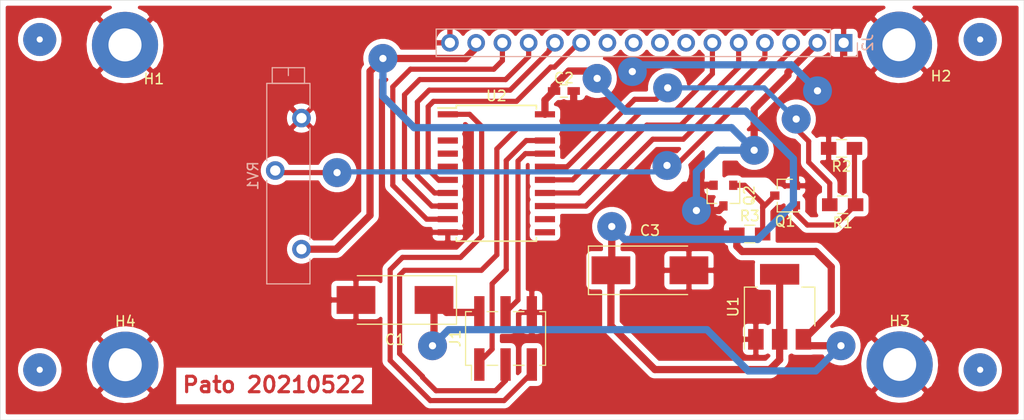
<source format=kicad_pcb>
(kicad_pcb (version 20171130) (host pcbnew "(5.1.10)-1")

  (general
    (thickness 1.6)
    (drawings 5)
    (tracks 209)
    (zones 0)
    (modules 21)
    (nets 20)
  )

  (page A4)
  (title_block
    (title "Pato: attiny2313 driver for HD44780 screens")
    (date 2021-05-18)
    (rev 20210522)
    (comment 1 "Dimitry Kloper")
    (comment 2 dimitry.kloper@gmail.com)
    (comment 3 "Simpified BSD License")
  )

  (layers
    (0 F.Cu signal)
    (31 B.Cu signal)
    (32 B.Adhes user)
    (33 F.Adhes user)
    (34 B.Paste user)
    (35 F.Paste user)
    (36 B.SilkS user)
    (37 F.SilkS user)
    (38 B.Mask user)
    (39 F.Mask user)
    (40 Dwgs.User user)
    (41 Cmts.User user)
    (42 Eco1.User user)
    (43 Eco2.User user)
    (44 Edge.Cuts user)
    (45 Margin user)
    (46 B.CrtYd user)
    (47 F.CrtYd user)
    (48 B.Fab user hide)
    (49 F.Fab user hide)
  )

  (setup
    (last_trace_width 0.25)
    (trace_clearance 0.2)
    (zone_clearance 0.5)
    (zone_45_only no)
    (trace_min 0.2)
    (via_size 0.8)
    (via_drill 0.4)
    (via_min_size 0.4)
    (via_min_drill 0.3)
    (uvia_size 0.3)
    (uvia_drill 0.1)
    (uvias_allowed no)
    (uvia_min_size 0.2)
    (uvia_min_drill 0.1)
    (edge_width 0.05)
    (segment_width 0.2)
    (pcb_text_width 0.3)
    (pcb_text_size 1.5 1.5)
    (mod_edge_width 0.12)
    (mod_text_size 1 1)
    (mod_text_width 0.15)
    (pad_size 3.2 3.2)
    (pad_drill 0.6)
    (pad_to_mask_clearance 0)
    (aux_axis_origin 0 0)
    (visible_elements 7FFFFFFF)
    (pcbplotparams
      (layerselection 0x00080_7ffffffe)
      (usegerberextensions false)
      (usegerberattributes true)
      (usegerberadvancedattributes true)
      (creategerberjobfile true)
      (excludeedgelayer false)
      (linewidth 0.100000)
      (plotframeref false)
      (viasonmask true)
      (mode 1)
      (useauxorigin false)
      (hpglpennumber 1)
      (hpglpenspeed 20)
      (hpglpendiameter 15.000000)
      (psnegative false)
      (psa4output false)
      (plotreference false)
      (plotvalue false)
      (plotinvisibletext false)
      (padsonsilk true)
      (subtractmaskfromsilk false)
      (outputformat 5)
      (mirror false)
      (drillshape 0)
      (scaleselection 1)
      (outputdirectory "svg/"))
  )

  (net 0 "")
  (net 1 GND)
  (net 2 +5V)
  (net 3 +3V3)
  (net 4 /RESET)
  (net 5 /MOSI)
  (net 6 /SCK)
  (net 7 /MISO)
  (net 8 +5VD)
  (net 9 /DB7)
  (net 10 /DB6)
  (net 11 /DB5)
  (net 12 /DB4)
  (net 13 /EN)
  (net 14 /RW)
  (net 15 /RS)
  (net 16 "Net-(J2-Pad3)")
  (net 17 /RST)
  (net 18 "Net-(Q1-Pad1)")
  (net 19 "Net-(Q1-Pad3)")

  (net_class Default "This is the default net class."
    (clearance 0.2)
    (trace_width 0.25)
    (via_dia 0.8)
    (via_drill 0.4)
    (uvia_dia 0.3)
    (uvia_drill 0.1)
  )

  (net_class CTRL ""
    (clearance 0.3)
    (trace_width 0.5)
    (via_dia 2.8)
    (via_drill 0.7)
    (uvia_dia 0.3)
    (uvia_drill 0.1)
    (add_net /DB4)
    (add_net /DB5)
    (add_net /DB6)
    (add_net /DB7)
    (add_net /EN)
    (add_net /MISO)
    (add_net /MOSI)
    (add_net /RESET)
    (add_net /RS)
    (add_net /RST)
    (add_net /RW)
    (add_net /SCK)
    (add_net "Net-(J2-Pad3)")
    (add_net "Net-(Q1-Pad1)")
    (add_net "Net-(Q1-Pad3)")
  )

  (net_class PWR ""
    (clearance 0.3)
    (trace_width 0.7)
    (via_dia 2.8)
    (via_drill 0.7)
    (uvia_dia 0.3)
    (uvia_drill 0.1)
    (add_net +3V3)
    (add_net +5V)
    (add_net +5VD)
    (add_net GND)
  )

  (module Pin_Headers:Pin_Header_Straight_2x03_Pitch2.54mm_SMD (layer F.Cu) (tedit 59650532) (tstamp 60A42743)
    (at 92.075 108.966 90)
    (descr "surface-mounted straight pin header, 2x03, 2.54mm pitch, double rows")
    (tags "Surface mounted pin header SMD 2x03 2.54mm double row")
    (path /60A44DCE)
    (attr smd)
    (fp_text reference J1 (at 0 -4.87 90) (layer F.SilkS)
      (effects (font (size 1 1) (thickness 0.15)))
    )
    (fp_text value DEBUG (at 0 4.87 90) (layer F.Fab)
      (effects (font (size 1 1) (thickness 0.15)))
    )
    (fp_line (start 5.9 -4.35) (end -5.9 -4.35) (layer F.CrtYd) (width 0.05))
    (fp_line (start 5.9 4.35) (end 5.9 -4.35) (layer F.CrtYd) (width 0.05))
    (fp_line (start -5.9 4.35) (end 5.9 4.35) (layer F.CrtYd) (width 0.05))
    (fp_line (start -5.9 -4.35) (end -5.9 4.35) (layer F.CrtYd) (width 0.05))
    (fp_line (start 2.6 0.76) (end 2.6 1.78) (layer F.SilkS) (width 0.12))
    (fp_line (start -2.6 0.76) (end -2.6 1.78) (layer F.SilkS) (width 0.12))
    (fp_line (start 2.6 -1.78) (end 2.6 -0.76) (layer F.SilkS) (width 0.12))
    (fp_line (start -2.6 -1.78) (end -2.6 -0.76) (layer F.SilkS) (width 0.12))
    (fp_line (start 2.6 3.3) (end 2.6 3.87) (layer F.SilkS) (width 0.12))
    (fp_line (start -2.6 3.3) (end -2.6 3.87) (layer F.SilkS) (width 0.12))
    (fp_line (start 2.6 -3.87) (end 2.6 -3.3) (layer F.SilkS) (width 0.12))
    (fp_line (start -2.6 -3.87) (end -2.6 -3.3) (layer F.SilkS) (width 0.12))
    (fp_line (start -4.04 -3.3) (end -2.6 -3.3) (layer F.SilkS) (width 0.12))
    (fp_line (start -2.6 3.87) (end 2.6 3.87) (layer F.SilkS) (width 0.12))
    (fp_line (start -2.6 -3.87) (end 2.6 -3.87) (layer F.SilkS) (width 0.12))
    (fp_line (start 3.6 2.86) (end 2.54 2.86) (layer F.Fab) (width 0.1))
    (fp_line (start 3.6 2.22) (end 3.6 2.86) (layer F.Fab) (width 0.1))
    (fp_line (start 2.54 2.22) (end 3.6 2.22) (layer F.Fab) (width 0.1))
    (fp_line (start -3.6 2.86) (end -2.54 2.86) (layer F.Fab) (width 0.1))
    (fp_line (start -3.6 2.22) (end -3.6 2.86) (layer F.Fab) (width 0.1))
    (fp_line (start -2.54 2.22) (end -3.6 2.22) (layer F.Fab) (width 0.1))
    (fp_line (start 3.6 0.32) (end 2.54 0.32) (layer F.Fab) (width 0.1))
    (fp_line (start 3.6 -0.32) (end 3.6 0.32) (layer F.Fab) (width 0.1))
    (fp_line (start 2.54 -0.32) (end 3.6 -0.32) (layer F.Fab) (width 0.1))
    (fp_line (start -3.6 0.32) (end -2.54 0.32) (layer F.Fab) (width 0.1))
    (fp_line (start -3.6 -0.32) (end -3.6 0.32) (layer F.Fab) (width 0.1))
    (fp_line (start -2.54 -0.32) (end -3.6 -0.32) (layer F.Fab) (width 0.1))
    (fp_line (start 3.6 -2.22) (end 2.54 -2.22) (layer F.Fab) (width 0.1))
    (fp_line (start 3.6 -2.86) (end 3.6 -2.22) (layer F.Fab) (width 0.1))
    (fp_line (start 2.54 -2.86) (end 3.6 -2.86) (layer F.Fab) (width 0.1))
    (fp_line (start -3.6 -2.22) (end -2.54 -2.22) (layer F.Fab) (width 0.1))
    (fp_line (start -3.6 -2.86) (end -3.6 -2.22) (layer F.Fab) (width 0.1))
    (fp_line (start -2.54 -2.86) (end -3.6 -2.86) (layer F.Fab) (width 0.1))
    (fp_line (start 2.54 -3.81) (end 2.54 3.81) (layer F.Fab) (width 0.1))
    (fp_line (start -2.54 -2.86) (end -1.59 -3.81) (layer F.Fab) (width 0.1))
    (fp_line (start -2.54 3.81) (end -2.54 -2.86) (layer F.Fab) (width 0.1))
    (fp_line (start -1.59 -3.81) (end 2.54 -3.81) (layer F.Fab) (width 0.1))
    (fp_line (start 2.54 3.81) (end -2.54 3.81) (layer F.Fab) (width 0.1))
    (fp_text user %R (at 0 0) (layer F.Fab)
      (effects (font (size 1 1) (thickness 0.15)))
    )
    (pad 6 smd rect (at 2.525 2.54 90) (size 3.15 1) (layers F.Cu F.Paste F.Mask)
      (net 1 GND))
    (pad 5 smd rect (at -2.525 2.54 90) (size 3.15 1) (layers F.Cu F.Paste F.Mask)
      (net 4 /RESET))
    (pad 4 smd rect (at 2.525 0 90) (size 3.15 1) (layers F.Cu F.Paste F.Mask)
      (net 5 /MOSI))
    (pad 3 smd rect (at -2.525 0 90) (size 3.15 1) (layers F.Cu F.Paste F.Mask)
      (net 6 /SCK))
    (pad 2 smd rect (at 2.525 -2.54 90) (size 3.15 1) (layers F.Cu F.Paste F.Mask)
      (net 2 +5V))
    (pad 1 smd rect (at -2.525 -2.54 90) (size 3.15 1) (layers F.Cu F.Paste F.Mask)
      (net 7 /MISO))
    (model ${KISYS3DMOD}/Pin_Headers.3dshapes/Pin_Header_Straight_2x03_Pitch2.54mm_SMD.wrl
      (at (xyz 0 0 0))
      (scale (xyz 1 1 1))
      (rotate (xyz 0 0 90))
    )
    (model ${KISYS3DMOD}/Connector_PinHeader_2.54mm.3dshapes/PinHeader_2x03_P2.54mm_Vertical_SMD.step
      (at (xyz 0 0 0))
      (scale (xyz 1 1 1))
      (rotate (xyz 0 0 90))
    )
  )

  (module Capacitors_Tantalum_SMD:CP_Tantalum_Case-X_EIA-7343-43_Hand (layer F.Cu) (tedit 58CC8C08) (tstamp 60A4A267)
    (at 81.37652 105.23474 180)
    (descr "Tantalum capacitor, Case X, EIA 7343-43, 7.3x4.2x4.0mm, Hand soldering footprint")
    (tags "capacitor tantalum smd")
    (path /60A47B56)
    (attr smd)
    (fp_text reference C1 (at 0 -3.85) (layer F.SilkS)
      (effects (font (size 1 1) (thickness 0.15)))
    )
    (fp_text value 22uF (at 0 3.85) (layer F.Fab)
      (effects (font (size 1 1) (thickness 0.15)))
    )
    (fp_line (start -5.95 -2.35) (end -5.95 2.35) (layer F.SilkS) (width 0.12))
    (fp_line (start -5.95 2.35) (end 3.65 2.35) (layer F.SilkS) (width 0.12))
    (fp_line (start -5.95 -2.35) (end 3.65 -2.35) (layer F.SilkS) (width 0.12))
    (fp_line (start -2.555 -2.1) (end -2.555 2.1) (layer F.Fab) (width 0.1))
    (fp_line (start -2.92 -2.1) (end -2.92 2.1) (layer F.Fab) (width 0.1))
    (fp_line (start 3.65 -2.1) (end -3.65 -2.1) (layer F.Fab) (width 0.1))
    (fp_line (start 3.65 2.1) (end 3.65 -2.1) (layer F.Fab) (width 0.1))
    (fp_line (start -3.65 2.1) (end 3.65 2.1) (layer F.Fab) (width 0.1))
    (fp_line (start -3.65 -2.1) (end -3.65 2.1) (layer F.Fab) (width 0.1))
    (fp_line (start 6.05 -2.5) (end -6.05 -2.5) (layer F.CrtYd) (width 0.05))
    (fp_line (start 6.05 2.5) (end 6.05 -2.5) (layer F.CrtYd) (width 0.05))
    (fp_line (start -6.05 2.5) (end 6.05 2.5) (layer F.CrtYd) (width 0.05))
    (fp_line (start -6.05 -2.5) (end -6.05 2.5) (layer F.CrtYd) (width 0.05))
    (fp_text user %R (at 0 0) (layer F.Fab)
      (effects (font (size 1 1) (thickness 0.15)))
    )
    (pad 2 smd rect (at 3.775 0 180) (size 3.75 2.7) (layers F.Cu F.Paste F.Mask)
      (net 1 GND))
    (pad 1 smd rect (at -3.775 0 180) (size 3.75 2.7) (layers F.Cu F.Paste F.Mask)
      (net 2 +5V))
    (model Capacitors_Tantalum_SMD.3dshapes/CP_Tantalum_Case-X_EIA-7343-43.wrl
      (at (xyz 0 0 0))
      (scale (xyz 1 1 1))
      (rotate (xyz 0 0 0))
    )
    (model ${KISYS3DMOD}/Capacitor_Tantalum_SMD.3dshapes/CP_EIA-7343-43_Kemet-X.step
      (at (xyz 0 0 0))
      (scale (xyz 1 1 1))
      (rotate (xyz 0 0 0))
    )
  )

  (module Capacitors_SMD:C_0603_HandSoldering (layer F.Cu) (tedit 58AA848B) (tstamp 60A426BE)
    (at 97.71634 84.99094)
    (descr "Capacitor SMD 0603, hand soldering")
    (tags "capacitor 0603")
    (path /60A42842)
    (attr smd)
    (fp_text reference C2 (at 0 -1.25) (layer F.SilkS)
      (effects (font (size 1 1) (thickness 0.15)))
    )
    (fp_text value 100nF (at 0 1.5) (layer F.Fab)
      (effects (font (size 1 1) (thickness 0.15)))
    )
    (fp_line (start 1.8 0.65) (end -1.8 0.65) (layer F.CrtYd) (width 0.05))
    (fp_line (start 1.8 0.65) (end 1.8 -0.65) (layer F.CrtYd) (width 0.05))
    (fp_line (start -1.8 -0.65) (end -1.8 0.65) (layer F.CrtYd) (width 0.05))
    (fp_line (start -1.8 -0.65) (end 1.8 -0.65) (layer F.CrtYd) (width 0.05))
    (fp_line (start 0.35 0.6) (end -0.35 0.6) (layer F.SilkS) (width 0.12))
    (fp_line (start -0.35 -0.6) (end 0.35 -0.6) (layer F.SilkS) (width 0.12))
    (fp_line (start -0.8 -0.4) (end 0.8 -0.4) (layer F.Fab) (width 0.1))
    (fp_line (start 0.8 -0.4) (end 0.8 0.4) (layer F.Fab) (width 0.1))
    (fp_line (start 0.8 0.4) (end -0.8 0.4) (layer F.Fab) (width 0.1))
    (fp_line (start -0.8 0.4) (end -0.8 -0.4) (layer F.Fab) (width 0.1))
    (fp_text user %R (at 0 -1.25) (layer F.Fab)
      (effects (font (size 1 1) (thickness 0.15)))
    )
    (pad 2 smd rect (at 0.95 0) (size 1.2 0.75) (layers F.Cu F.Paste F.Mask)
      (net 1 GND))
    (pad 1 smd rect (at -0.95 0) (size 1.2 0.75) (layers F.Cu F.Paste F.Mask)
      (net 3 +3V3))
    (model Capacitors_SMD.3dshapes/C_0603.wrl
      (at (xyz 0 0 0))
      (scale (xyz 1 1 1))
      (rotate (xyz 0 0 0))
    )
    (model ${KISYS3DMOD}/Capacitor_SMD.3dshapes/C_0603_1608Metric.step
      (at (xyz 0 0 0))
      (scale (xyz 1 1 1))
      (rotate (xyz 0 0 0))
    )
  )

  (module Capacitors_Tantalum_SMD:CP_Tantalum_Case-X_EIA-7343-43_Hand (layer F.Cu) (tedit 58CC8C08) (tstamp 60A426D2)
    (at 106.045 102.362)
    (descr "Tantalum capacitor, Case X, EIA 7343-43, 7.3x4.2x4.0mm, Hand soldering footprint")
    (tags "capacitor tantalum smd")
    (path /60A4417A)
    (attr smd)
    (fp_text reference C3 (at 0 -3.85) (layer F.SilkS)
      (effects (font (size 1 1) (thickness 0.15)))
    )
    (fp_text value 22uF (at 0 3.85) (layer F.Fab)
      (effects (font (size 1 1) (thickness 0.15)))
    )
    (fp_line (start -6.05 -2.5) (end -6.05 2.5) (layer F.CrtYd) (width 0.05))
    (fp_line (start -6.05 2.5) (end 6.05 2.5) (layer F.CrtYd) (width 0.05))
    (fp_line (start 6.05 2.5) (end 6.05 -2.5) (layer F.CrtYd) (width 0.05))
    (fp_line (start 6.05 -2.5) (end -6.05 -2.5) (layer F.CrtYd) (width 0.05))
    (fp_line (start -3.65 -2.1) (end -3.65 2.1) (layer F.Fab) (width 0.1))
    (fp_line (start -3.65 2.1) (end 3.65 2.1) (layer F.Fab) (width 0.1))
    (fp_line (start 3.65 2.1) (end 3.65 -2.1) (layer F.Fab) (width 0.1))
    (fp_line (start 3.65 -2.1) (end -3.65 -2.1) (layer F.Fab) (width 0.1))
    (fp_line (start -2.92 -2.1) (end -2.92 2.1) (layer F.Fab) (width 0.1))
    (fp_line (start -2.555 -2.1) (end -2.555 2.1) (layer F.Fab) (width 0.1))
    (fp_line (start -5.95 -2.35) (end 3.65 -2.35) (layer F.SilkS) (width 0.12))
    (fp_line (start -5.95 2.35) (end 3.65 2.35) (layer F.SilkS) (width 0.12))
    (fp_line (start -5.95 -2.35) (end -5.95 2.35) (layer F.SilkS) (width 0.12))
    (fp_text user %R (at 0 0) (layer F.Fab)
      (effects (font (size 1 1) (thickness 0.15)))
    )
    (pad 1 smd rect (at -3.775 0) (size 3.75 2.7) (layers F.Cu F.Paste F.Mask)
      (net 3 +3V3))
    (pad 2 smd rect (at 3.775 0) (size 3.75 2.7) (layers F.Cu F.Paste F.Mask)
      (net 1 GND))
    (model Capacitors_Tantalum_SMD.3dshapes/CP_Tantalum_Case-X_EIA-7343-43.wrl
      (at (xyz 0 0 0))
      (scale (xyz 1 1 1))
      (rotate (xyz 0 0 0))
    )
    (model ${KISYS3DMOD}/Capacitor_Tantalum_SMD.3dshapes/CP_EIA-7343-43_Kemet-X.step
      (at (xyz 0 0 0))
      (scale (xyz 1 1 1))
      (rotate (xyz 0 0 0))
    )
  )

  (module Mounting_Holes:MountingHole_3.2mm_M3_Pad (layer F.Cu) (tedit 56D1B4CB) (tstamp 60A426DA)
    (at 55.25008 80.52308)
    (descr "Mounting Hole 3.2mm, M3")
    (tags "mounting hole 3.2mm m3")
    (path /60A71874)
    (attr virtual)
    (fp_text reference H1 (at 2.794 3.302) (layer F.SilkS)
      (effects (font (size 1 1) (thickness 0.15)))
    )
    (fp_text value MountingHole_Pad (at 0 4.2) (layer F.Fab) hide
      (effects (font (size 1 1) (thickness 0.15)))
    )
    (fp_circle (center 0 0) (end 3.45 0) (layer F.CrtYd) (width 0.05))
    (fp_circle (center 0 0) (end 3.2 0) (layer Cmts.User) (width 0.15))
    (fp_text user %R (at 0.3 0) (layer F.Fab) hide
      (effects (font (size 1 1) (thickness 0.15)))
    )
    (pad 1 thru_hole circle (at 0 0) (size 6.4 6.4) (drill 3.2) (layers *.Cu *.Mask)
      (net 1 GND))
  )

  (module Mounting_Holes:MountingHole_3.2mm_M3_Pad (layer F.Cu) (tedit 56D1B4CB) (tstamp 60A426E2)
    (at 130.14198 80.50276)
    (descr "Mounting Hole 3.2mm, M3")
    (tags "mounting hole 3.2mm m3")
    (path /60A71A03)
    (attr virtual)
    (fp_text reference H2 (at 4.064 3.048) (layer F.SilkS)
      (effects (font (size 1 1) (thickness 0.15)))
    )
    (fp_text value MountingHole_Pad (at 0 4.2) (layer F.Fab) hide
      (effects (font (size 1 1) (thickness 0.15)))
    )
    (fp_circle (center 0 0) (end 3.2 0) (layer Cmts.User) (width 0.15))
    (fp_circle (center 0 0) (end 3.45 0) (layer F.CrtYd) (width 0.05))
    (fp_text user %R (at 0.3 0) (layer F.Fab) hide
      (effects (font (size 1 1) (thickness 0.15)))
    )
    (pad 1 thru_hole circle (at 0 0) (size 6.4 6.4) (drill 3.2) (layers *.Cu *.Mask)
      (net 1 GND))
  )

  (module Mounting_Holes:MountingHole_3.2mm_M3_Pad (layer F.Cu) (tedit 56D1B4CB) (tstamp 60A426EA)
    (at 130.20802 111.47806)
    (descr "Mounting Hole 3.2mm, M3")
    (tags "mounting hole 3.2mm m3")
    (path /60A721D8)
    (attr virtual)
    (fp_text reference H3 (at 0 -4.2) (layer F.SilkS)
      (effects (font (size 1 1) (thickness 0.15)))
    )
    (fp_text value MountingHole_Pad (at 0 4.2) (layer F.Fab) hide
      (effects (font (size 1 1) (thickness 0.15)))
    )
    (fp_circle (center 0 0) (end 3.45 0) (layer F.CrtYd) (width 0.05))
    (fp_circle (center 0 0) (end 3.2 0) (layer Cmts.User) (width 0.15))
    (fp_text user %R (at 0.3 0) (layer F.Fab) hide
      (effects (font (size 1 1) (thickness 0.15)))
    )
    (pad 1 thru_hole circle (at 0 0) (size 6.4 6.4) (drill 3.2) (layers *.Cu *.Mask)
      (net 1 GND))
  )

  (module Mounting_Holes:MountingHole_3.2mm_M3_Pad (layer F.Cu) (tedit 56D1B4CB) (tstamp 60A426F2)
    (at 55.27548 111.506)
    (descr "Mounting Hole 3.2mm, M3")
    (tags "mounting hole 3.2mm m3")
    (path /60A72854)
    (attr virtual)
    (fp_text reference H4 (at 0 -4.2) (layer F.SilkS)
      (effects (font (size 1 1) (thickness 0.15)))
    )
    (fp_text value MountingHole_Pad (at 0 4.2) (layer F.Fab)
      (effects (font (size 1 1) (thickness 0.15)))
    )
    (fp_circle (center 0 0) (end 3.2 0) (layer Cmts.User) (width 0.15))
    (fp_circle (center 0 0) (end 3.45 0) (layer F.CrtYd) (width 0.05))
    (fp_text user %R (at 0.3 0) (layer F.Fab)
      (effects (font (size 1 1) (thickness 0.15)))
    )
    (pad 1 thru_hole circle (at 0 0) (size 6.4 6.4) (drill 3.2) (layers *.Cu *.Mask)
      (net 1 GND))
  )

  (module Mounting_Holes:MountingHole_3.2mm_M3 (layer F.Cu) (tedit 60A5770E) (tstamp 60A43B65)
    (at 47 80)
    (descr "Mounting Hole 3.2mm, no annular, M3")
    (tags "mounting hole 3.2mm no annular m3")
    (path /60A72D0A)
    (attr virtual)
    (fp_text reference H5 (at 0 3.82) (layer F.SilkS) hide
      (effects (font (size 1 1) (thickness 0.15)))
    )
    (fp_text value MountingHole (at 0 4.2) (layer F.Fab) hide
      (effects (font (size 1 1) (thickness 0.15)))
    )
    (fp_circle (center 0 0) (end 3.2 0) (layer Cmts.User) (width 0.15))
    (fp_circle (center 0 0) (end 3.45 0) (layer F.CrtYd) (width 0.05))
    (fp_text user %R (at 0.3 0) (layer F.Fab) hide
      (effects (font (size 1 1) (thickness 0.15)))
    )
    (pad "" np_thru_hole circle (at 0 0) (size 3.2 3.2) (drill 0.6) (layers *.Cu *.Mask))
  )

  (module Mounting_Holes:MountingHole_3.2mm_M3 (layer F.Cu) (tedit 60A576E9) (tstamp 60A42702)
    (at 138 80)
    (descr "Mounting Hole 3.2mm, no annular, M3")
    (tags "mounting hole 3.2mm no annular m3")
    (path /60A73B09)
    (attr virtual)
    (fp_text reference H6 (at -1.3 3.82) (layer F.SilkS) hide
      (effects (font (size 1 1) (thickness 0.15)))
    )
    (fp_text value MountingHole (at 0 4.2) (layer F.Fab) hide
      (effects (font (size 1 1) (thickness 0.15)))
    )
    (fp_circle (center 0 0) (end 3.45 0) (layer F.CrtYd) (width 0.05))
    (fp_circle (center 0 0) (end 3.2 0) (layer Cmts.User) (width 0.15))
    (fp_text user %R (at 0.3 0) (layer F.Fab) hide
      (effects (font (size 1 1) (thickness 0.15)))
    )
    (pad "" np_thru_hole circle (at 0 0) (size 3.2 3.2) (drill 0.6) (layers *.Cu *.Mask))
  )

  (module Mounting_Holes:MountingHole_3.2mm_M3 (layer F.Cu) (tedit 60A576F5) (tstamp 60A43B48)
    (at 138 112)
    (descr "Mounting Hole 3.2mm, no annular, M3")
    (tags "mounting hole 3.2mm no annular m3")
    (path /60A73763)
    (attr virtual)
    (fp_text reference H7 (at 0 -4.2) (layer F.SilkS) hide
      (effects (font (size 1 1) (thickness 0.15)))
    )
    (fp_text value MountingHole (at 0 4.2) (layer F.Fab) hide
      (effects (font (size 1 1) (thickness 0.15)))
    )
    (fp_circle (center 0 0) (end 3.2 0) (layer Cmts.User) (width 0.15))
    (fp_circle (center 0 0) (end 3.45 0) (layer F.CrtYd) (width 0.05))
    (fp_text user %R (at 0.3 0) (layer F.Fab) hide
      (effects (font (size 1 1) (thickness 0.15)))
    )
    (pad "" np_thru_hole circle (at 0 0) (size 3.2 3.2) (drill 0.6) (layers *.Cu *.Mask))
  )

  (module Mounting_Holes:MountingHole_3.2mm_M3 (layer F.Cu) (tedit 60A57702) (tstamp 60A42712)
    (at 47 112)
    (descr "Mounting Hole 3.2mm, no annular, M3")
    (tags "mounting hole 3.2mm no annular m3")
    (path /60A73C16)
    (attr virtual)
    (fp_text reference H8 (at 0 -4.2) (layer F.SilkS) hide
      (effects (font (size 1 1) (thickness 0.15)))
    )
    (fp_text value MountingHole (at 0 4.2) (layer F.Fab) hide
      (effects (font (size 1 1) (thickness 0.15)))
    )
    (fp_circle (center 0 0) (end 3.45 0) (layer F.CrtYd) (width 0.05))
    (fp_circle (center 0 0) (end 3.2 0) (layer Cmts.User) (width 0.15))
    (fp_text user %R (at 0.3 0) (layer F.Fab) hide
      (effects (font (size 1 1) (thickness 0.15)))
    )
    (pad "" np_thru_hole circle (at 0 0) (size 3.2 3.2) (drill 0.6) (layers *.Cu *.Mask))
  )

  (module Pin_Headers:Pin_Header_Straight_1x16_Pitch2.54mm (layer B.Cu) (tedit 59650532) (tstamp 60A4A528)
    (at 124.7902 80.32242 90)
    (descr "Through hole straight pin header, 1x16, 2.54mm pitch, single row")
    (tags "Through hole pin header THT 1x16 2.54mm single row")
    (path /60A49D23)
    (fp_text reference J2 (at 0 2.33 -90) (layer B.SilkS)
      (effects (font (size 1 1) (thickness 0.15)) (justify mirror))
    )
    (fp_text value Conn_01x16 (at 0 -40.43 -90) (layer B.Fab)
      (effects (font (size 1 1) (thickness 0.15)) (justify mirror))
    )
    (fp_line (start 1.8 1.8) (end -1.8 1.8) (layer B.CrtYd) (width 0.05))
    (fp_line (start 1.8 -39.9) (end 1.8 1.8) (layer B.CrtYd) (width 0.05))
    (fp_line (start -1.8 -39.9) (end 1.8 -39.9) (layer B.CrtYd) (width 0.05))
    (fp_line (start -1.8 1.8) (end -1.8 -39.9) (layer B.CrtYd) (width 0.05))
    (fp_line (start -1.33 1.33) (end 0 1.33) (layer B.SilkS) (width 0.12))
    (fp_line (start -1.33 0) (end -1.33 1.33) (layer B.SilkS) (width 0.12))
    (fp_line (start -1.33 -1.27) (end 1.33 -1.27) (layer B.SilkS) (width 0.12))
    (fp_line (start 1.33 -1.27) (end 1.33 -39.43) (layer B.SilkS) (width 0.12))
    (fp_line (start -1.33 -1.27) (end -1.33 -39.43) (layer B.SilkS) (width 0.12))
    (fp_line (start -1.33 -39.43) (end 1.33 -39.43) (layer B.SilkS) (width 0.12))
    (fp_line (start -1.27 0.635) (end -0.635 1.27) (layer B.Fab) (width 0.1))
    (fp_line (start -1.27 -39.37) (end -1.27 0.635) (layer B.Fab) (width 0.1))
    (fp_line (start 1.27 -39.37) (end -1.27 -39.37) (layer B.Fab) (width 0.1))
    (fp_line (start 1.27 1.27) (end 1.27 -39.37) (layer B.Fab) (width 0.1))
    (fp_line (start -0.635 1.27) (end 1.27 1.27) (layer B.Fab) (width 0.1))
    (fp_text user %R (at 0 -19.05) (layer B.Fab)
      (effects (font (size 1 1) (thickness 0.15)) (justify mirror))
    )
    (pad 16 thru_hole oval (at 0 -38.1 90) (size 1.7 1.7) (drill 1) (layers *.Cu *.Mask)
      (net 1 GND))
    (pad 15 thru_hole oval (at 0 -35.56 90) (size 1.7 1.7) (drill 1) (layers *.Cu *.Mask)
      (net 8 +5VD))
    (pad 14 thru_hole oval (at 0 -33.02 90) (size 1.7 1.7) (drill 1) (layers *.Cu *.Mask)
      (net 9 /DB7))
    (pad 13 thru_hole oval (at 0 -30.48 90) (size 1.7 1.7) (drill 1) (layers *.Cu *.Mask)
      (net 10 /DB6))
    (pad 12 thru_hole oval (at 0 -27.94 90) (size 1.7 1.7) (drill 1) (layers *.Cu *.Mask)
      (net 11 /DB5))
    (pad 11 thru_hole oval (at 0 -25.4 90) (size 1.7 1.7) (drill 1) (layers *.Cu *.Mask)
      (net 12 /DB4))
    (pad 10 thru_hole oval (at 0 -22.86 90) (size 1.7 1.7) (drill 1) (layers *.Cu *.Mask))
    (pad 9 thru_hole oval (at 0 -20.32 90) (size 1.7 1.7) (drill 1) (layers *.Cu *.Mask))
    (pad 8 thru_hole oval (at 0 -17.78 90) (size 1.7 1.7) (drill 1) (layers *.Cu *.Mask))
    (pad 7 thru_hole oval (at 0 -15.24 90) (size 1.7 1.7) (drill 1) (layers *.Cu *.Mask))
    (pad 6 thru_hole oval (at 0 -12.7 90) (size 1.7 1.7) (drill 1) (layers *.Cu *.Mask)
      (net 13 /EN))
    (pad 5 thru_hole oval (at 0 -10.16 90) (size 1.7 1.7) (drill 1) (layers *.Cu *.Mask)
      (net 14 /RW))
    (pad 4 thru_hole oval (at 0 -7.62 90) (size 1.7 1.7) (drill 1) (layers *.Cu *.Mask)
      (net 15 /RS))
    (pad 3 thru_hole oval (at 0 -5.08 90) (size 1.7 1.7) (drill 1) (layers *.Cu *.Mask)
      (net 16 "Net-(J2-Pad3)"))
    (pad 2 thru_hole oval (at 0 -2.54 90) (size 1.7 1.7) (drill 1) (layers *.Cu *.Mask)
      (net 8 +5VD))
    (pad 1 thru_hole rect (at 0 0 90) (size 1.7 1.7) (drill 1) (layers *.Cu *.Mask)
      (net 1 GND))
    (model ${KISYS3DMOD}/Pin_Headers.3dshapes/Pin_Header_Straight_1x16_Pitch2.54mm.wrl
      (at (xyz 0 0 0))
      (scale (xyz 1 1 1))
      (rotate (xyz 0 0 0))
    )
    (model ${KISYS3DMOD}/Connector_PinHeader_2.54mm.3dshapes/PinHeader_1x16_P2.54mm_Vertical.wrl
      (at (xyz 0 0 0))
      (scale (xyz 1 1 1))
      (rotate (xyz 0 0 0))
    )
  )

  (module Capacitors_SMD:C_0805_HandSoldering (layer F.Cu) (tedit 58AA84A8) (tstamp 60A42778)
    (at 124.694 96.012 180)
    (descr "Capacitor SMD 0805, hand soldering")
    (tags "capacitor 0805")
    (path /60A5AA5B)
    (attr smd)
    (fp_text reference R1 (at 0 -1.75) (layer F.SilkS)
      (effects (font (size 1 1) (thickness 0.15)))
    )
    (fp_text value 75 (at 0 1.75) (layer F.Fab)
      (effects (font (size 1 1) (thickness 0.15)))
    )
    (fp_line (start 2.25 0.87) (end -2.25 0.87) (layer F.CrtYd) (width 0.05))
    (fp_line (start 2.25 0.87) (end 2.25 -0.88) (layer F.CrtYd) (width 0.05))
    (fp_line (start -2.25 -0.88) (end -2.25 0.87) (layer F.CrtYd) (width 0.05))
    (fp_line (start -2.25 -0.88) (end 2.25 -0.88) (layer F.CrtYd) (width 0.05))
    (fp_line (start -0.5 0.85) (end 0.5 0.85) (layer F.SilkS) (width 0.12))
    (fp_line (start 0.5 -0.85) (end -0.5 -0.85) (layer F.SilkS) (width 0.12))
    (fp_line (start -1 -0.62) (end 1 -0.62) (layer F.Fab) (width 0.1))
    (fp_line (start 1 -0.62) (end 1 0.62) (layer F.Fab) (width 0.1))
    (fp_line (start 1 0.62) (end -1 0.62) (layer F.Fab) (width 0.1))
    (fp_line (start -1 0.62) (end -1 -0.62) (layer F.Fab) (width 0.1))
    (fp_text user %R (at 0 -1.75) (layer F.Fab)
      (effects (font (size 1 1) (thickness 0.15)))
    )
    (pad 2 smd rect (at 1.25 0 180) (size 1.5 1.25) (layers F.Cu F.Paste F.Mask)
      (net 17 /RST))
    (pad 1 smd rect (at -1.25 0 180) (size 1.5 1.25) (layers F.Cu F.Paste F.Mask)
      (net 18 "Net-(Q1-Pad1)"))
    (model Capacitors_SMD.3dshapes/C_0805.wrl
      (at (xyz 0 0 0))
      (scale (xyz 1 1 1))
      (rotate (xyz 0 0 0))
    )
    (model ${KISYS3DMOD}/Capacitor_SMD.3dshapes/C_0805_2012Metric.wrl
      (at (xyz 0 0 0))
      (scale (xyz 1 1 1))
      (rotate (xyz 0 0 0))
    )
  )

  (module Capacitors_SMD:C_0805_HandSoldering (layer F.Cu) (tedit 58AA84A8) (tstamp 60A42789)
    (at 124.587 90.551 180)
    (descr "Capacitor SMD 0805, hand soldering")
    (tags "capacitor 0805")
    (path /60A5AF82)
    (attr smd)
    (fp_text reference R2 (at 0 -1.75) (layer F.SilkS)
      (effects (font (size 1 1) (thickness 0.15)))
    )
    (fp_text value 7.5K (at 0 1.75) (layer F.Fab)
      (effects (font (size 1 1) (thickness 0.15)))
    )
    (fp_line (start 2.25 0.87) (end -2.25 0.87) (layer F.CrtYd) (width 0.05))
    (fp_line (start 2.25 0.87) (end 2.25 -0.88) (layer F.CrtYd) (width 0.05))
    (fp_line (start -2.25 -0.88) (end -2.25 0.87) (layer F.CrtYd) (width 0.05))
    (fp_line (start -2.25 -0.88) (end 2.25 -0.88) (layer F.CrtYd) (width 0.05))
    (fp_line (start -0.5 0.85) (end 0.5 0.85) (layer F.SilkS) (width 0.12))
    (fp_line (start 0.5 -0.85) (end -0.5 -0.85) (layer F.SilkS) (width 0.12))
    (fp_line (start -1 -0.62) (end 1 -0.62) (layer F.Fab) (width 0.1))
    (fp_line (start 1 -0.62) (end 1 0.62) (layer F.Fab) (width 0.1))
    (fp_line (start 1 0.62) (end -1 0.62) (layer F.Fab) (width 0.1))
    (fp_line (start -1 0.62) (end -1 -0.62) (layer F.Fab) (width 0.1))
    (fp_text user %R (at 0 -1.75) (layer F.Fab)
      (effects (font (size 1 1) (thickness 0.15)))
    )
    (pad 2 smd rect (at 1.25 0 180) (size 1.5 1.25) (layers F.Cu F.Paste F.Mask)
      (net 1 GND))
    (pad 1 smd rect (at -1.25 0 180) (size 1.5 1.25) (layers F.Cu F.Paste F.Mask)
      (net 18 "Net-(Q1-Pad1)"))
    (model Capacitors_SMD.3dshapes/C_0805.wrl
      (at (xyz 0 0 0))
      (scale (xyz 1 1 1))
      (rotate (xyz 0 0 0))
    )
    (model ${KISYS3DMOD}/Capacitor_SMD.3dshapes/C_0805_2012Metric.step
      (at (xyz 0 0 0))
      (scale (xyz 1 1 1))
      (rotate (xyz 0 0 0))
    )
  )

  (module Capacitors_SMD:C_0805_HandSoldering (layer F.Cu) (tedit 58AA84A8) (tstamp 60A4279A)
    (at 115.70208 98.8441)
    (descr "Capacitor SMD 0805, hand soldering")
    (tags "capacitor 0805")
    (path /60A5F621)
    (attr smd)
    (fp_text reference R3 (at 0 -1.75) (layer F.SilkS)
      (effects (font (size 1 1) (thickness 0.15)))
    )
    (fp_text value 7.5K (at 0 1.75) (layer F.Fab)
      (effects (font (size 1 1) (thickness 0.15)))
    )
    (fp_line (start -1 0.62) (end -1 -0.62) (layer F.Fab) (width 0.1))
    (fp_line (start 1 0.62) (end -1 0.62) (layer F.Fab) (width 0.1))
    (fp_line (start 1 -0.62) (end 1 0.62) (layer F.Fab) (width 0.1))
    (fp_line (start -1 -0.62) (end 1 -0.62) (layer F.Fab) (width 0.1))
    (fp_line (start 0.5 -0.85) (end -0.5 -0.85) (layer F.SilkS) (width 0.12))
    (fp_line (start -0.5 0.85) (end 0.5 0.85) (layer F.SilkS) (width 0.12))
    (fp_line (start -2.25 -0.88) (end 2.25 -0.88) (layer F.CrtYd) (width 0.05))
    (fp_line (start -2.25 -0.88) (end -2.25 0.87) (layer F.CrtYd) (width 0.05))
    (fp_line (start 2.25 0.87) (end 2.25 -0.88) (layer F.CrtYd) (width 0.05))
    (fp_line (start 2.25 0.87) (end -2.25 0.87) (layer F.CrtYd) (width 0.05))
    (fp_text user %R (at 0 -1.75) (layer F.Fab)
      (effects (font (size 1 1) (thickness 0.15)))
    )
    (pad 1 smd rect (at -1.25 0) (size 1.5 1.25) (layers F.Cu F.Paste F.Mask)
      (net 2 +5V))
    (pad 2 smd rect (at 1.25 0) (size 1.5 1.25) (layers F.Cu F.Paste F.Mask)
      (net 19 "Net-(Q1-Pad3)"))
    (model Capacitors_SMD.3dshapes/C_0805.wrl
      (at (xyz 0 0 0))
      (scale (xyz 1 1 1))
      (rotate (xyz 0 0 0))
    )
    (model ${KISYS3DMOD}/Capacitor_SMD.3dshapes/C_0805_2012Metric.step
      (at (xyz 0 0 0))
      (scale (xyz 1 1 1))
      (rotate (xyz 0 0 0))
    )
  )

  (module Potentiometers:Potentiometer_Trimmer_Bourns_3005 (layer B.Cu) (tedit 58826DC6) (tstamp 60A49D2F)
    (at 72.32904 100.31476 270)
    (descr "Spindle Trimmer Potentiometer, Bourns 3005, https://www.bourns.com/pdfs/3005.pdf")
    (tags "Spindle Trimmer Potentiometer   Bourns 3005")
    (path /60A53F1C)
    (fp_text reference RV1 (at -7.11 4.69 270) (layer B.SilkS)
      (effects (font (size 1 1) (thickness 0.15)) (justify mirror))
    )
    (fp_text value 10K (at -7.11 -2.15 270) (layer B.Fab)
      (effects (font (size 1 1) (thickness 0.15)) (justify mirror))
    )
    (fp_line (start 3.6 3.7) (end -17.8 3.7) (layer B.CrtYd) (width 0.05))
    (fp_line (start 3.6 -1.2) (end 3.6 3.7) (layer B.CrtYd) (width 0.05))
    (fp_line (start -17.8 -1.2) (end 3.6 -1.2) (layer B.CrtYd) (width 0.05))
    (fp_line (start -17.8 3.7) (end -17.8 -1.2) (layer B.CrtYd) (width 0.05))
    (fp_line (start -17.58 1.27) (end -16.82 1.27) (layer B.SilkS) (width 0.12))
    (fp_line (start -16.061 2.83) (end -16.061 -0.29) (layer B.SilkS) (width 0.12))
    (fp_line (start -17.58 2.83) (end -17.58 -0.29) (layer B.SilkS) (width 0.12))
    (fp_line (start -17.58 -0.29) (end -16.061 -0.29) (layer B.SilkS) (width 0.12))
    (fp_line (start -17.58 2.83) (end -16.061 2.83) (layer B.SilkS) (width 0.12))
    (fp_line (start 3.361 3.36) (end 3.361 -0.82) (layer B.SilkS) (width 0.12))
    (fp_line (start -16.06 3.36) (end -16.06 -0.82) (layer B.SilkS) (width 0.12))
    (fp_line (start -11.749 -0.82) (end -0.95 -0.82) (layer B.SilkS) (width 0.12))
    (fp_line (start -16.06 -0.82) (end -13.65 -0.82) (layer B.SilkS) (width 0.12))
    (fp_line (start 0.951 -0.82) (end 3.361 -0.82) (layer B.SilkS) (width 0.12))
    (fp_line (start -6.669 3.36) (end 3.361 3.36) (layer B.SilkS) (width 0.12))
    (fp_line (start -16.06 3.36) (end -8.57 3.36) (layer B.SilkS) (width 0.12))
    (fp_line (start -17.52 1.27) (end -16.76 1.27) (layer B.Fab) (width 0.1))
    (fp_line (start -16 2.77) (end -17.52 2.77) (layer B.Fab) (width 0.1))
    (fp_line (start -16 -0.23) (end -16 2.77) (layer B.Fab) (width 0.1))
    (fp_line (start -17.52 -0.23) (end -16 -0.23) (layer B.Fab) (width 0.1))
    (fp_line (start -17.52 2.77) (end -17.52 -0.23) (layer B.Fab) (width 0.1))
    (fp_line (start 3.3 3.3) (end -16 3.3) (layer B.Fab) (width 0.1))
    (fp_line (start 3.3 -0.76) (end 3.3 3.3) (layer B.Fab) (width 0.1))
    (fp_line (start -16 -0.76) (end 3.3 -0.76) (layer B.Fab) (width 0.1))
    (fp_line (start -16 3.3) (end -16 -0.76) (layer B.Fab) (width 0.1))
    (pad 3 thru_hole circle (at -12.7 0 270) (size 1.8 1.8) (drill 1) (layers *.Cu *.Mask)
      (net 1 GND))
    (pad 2 thru_hole circle (at -7.62 2.54 270) (size 1.8 1.8) (drill 1) (layers *.Cu *.Mask)
      (net 16 "Net-(J2-Pad3)"))
    (pad 1 thru_hole circle (at 0 0 270) (size 1.8 1.8) (drill 1) (layers *.Cu *.Mask)
      (net 8 +5VD))
    (model Potentiometers.3dshapes/Potentiometer_Trimmer_Bourns_3005.wrl
      (at (xyz 0 0 0))
      (scale (xyz 1 1 1))
      (rotate (xyz 0 0 0))
    )
    (model ${KISYS3DMOD}/Potentiometer_THT.3dshapes/Potentiometer_Bourns_3005_Horizontal.step
      (at (xyz 0 0 0))
      (scale (xyz 1 1 1))
      (rotate (xyz 0 0 0))
    )
  )

  (module TO_SOT_Packages_SMD:SOT-23 (layer F.Cu) (tedit 58CE4E7E) (tstamp 60A42A44)
    (at 119.126 95.123 180)
    (descr "SOT-23, Standard")
    (tags SOT-23)
    (path /60A59998)
    (attr smd)
    (fp_text reference Q1 (at 0 -2.5) (layer F.SilkS)
      (effects (font (size 1 1) (thickness 0.15)))
    )
    (fp_text value 2N7002 (at 0 2.5) (layer F.Fab)
      (effects (font (size 1 1) (thickness 0.15)))
    )
    (fp_line (start 0.76 1.58) (end -0.7 1.58) (layer F.SilkS) (width 0.12))
    (fp_line (start 0.76 -1.58) (end -1.4 -1.58) (layer F.SilkS) (width 0.12))
    (fp_line (start -1.7 1.75) (end -1.7 -1.75) (layer F.CrtYd) (width 0.05))
    (fp_line (start 1.7 1.75) (end -1.7 1.75) (layer F.CrtYd) (width 0.05))
    (fp_line (start 1.7 -1.75) (end 1.7 1.75) (layer F.CrtYd) (width 0.05))
    (fp_line (start -1.7 -1.75) (end 1.7 -1.75) (layer F.CrtYd) (width 0.05))
    (fp_line (start 0.76 -1.58) (end 0.76 -0.65) (layer F.SilkS) (width 0.12))
    (fp_line (start 0.76 1.58) (end 0.76 0.65) (layer F.SilkS) (width 0.12))
    (fp_line (start -0.7 1.52) (end 0.7 1.52) (layer F.Fab) (width 0.1))
    (fp_line (start 0.7 -1.52) (end 0.7 1.52) (layer F.Fab) (width 0.1))
    (fp_line (start -0.7 -0.95) (end -0.15 -1.52) (layer F.Fab) (width 0.1))
    (fp_line (start -0.15 -1.52) (end 0.7 -1.52) (layer F.Fab) (width 0.1))
    (fp_line (start -0.7 -0.95) (end -0.7 1.5) (layer F.Fab) (width 0.1))
    (fp_text user %R (at 0 0 90) (layer F.Fab)
      (effects (font (size 0.5 0.5) (thickness 0.075)))
    )
    (pad 3 smd rect (at 1 0 180) (size 0.9 0.8) (layers F.Cu F.Paste F.Mask)
      (net 19 "Net-(Q1-Pad3)"))
    (pad 2 smd rect (at -1 0.95 180) (size 0.9 0.8) (layers F.Cu F.Paste F.Mask)
      (net 1 GND))
    (pad 1 smd rect (at -1 -0.95 180) (size 0.9 0.8) (layers F.Cu F.Paste F.Mask)
      (net 18 "Net-(Q1-Pad1)"))
    (model ${KISYS3DMOD}/TO_SOT_Packages_SMD.3dshapes/SOT-23.wrl
      (at (xyz 0 0 0))
      (scale (xyz 1 1 1))
      (rotate (xyz 0 0 0))
    )
    (model ${KISYS3DMOD}/Package_TO_SOT_SMD.3dshapes/SOT-23.wrl
      (at (xyz 0 0 0))
      (scale (xyz 1 1 1))
      (rotate (xyz 0 0 0))
    )
  )

  (module TO_SOT_Packages_SMD:SOT-23 (layer F.Cu) (tedit 58CE4E7E) (tstamp 60A42A80)
    (at 113.157 95.123 270)
    (descr "SOT-23, Standard")
    (tags SOT-23)
    (path /60A5D9A8)
    (attr smd)
    (fp_text reference Q2 (at 0 -2.5 90) (layer F.SilkS)
      (effects (font (size 1 1) (thickness 0.15)))
    )
    (fp_text value AO3403A (at 0 2.5 90) (layer F.Fab)
      (effects (font (size 1 1) (thickness 0.15)))
    )
    (fp_line (start -0.7 -0.95) (end -0.7 1.5) (layer F.Fab) (width 0.1))
    (fp_line (start -0.15 -1.52) (end 0.7 -1.52) (layer F.Fab) (width 0.1))
    (fp_line (start -0.7 -0.95) (end -0.15 -1.52) (layer F.Fab) (width 0.1))
    (fp_line (start 0.7 -1.52) (end 0.7 1.52) (layer F.Fab) (width 0.1))
    (fp_line (start -0.7 1.52) (end 0.7 1.52) (layer F.Fab) (width 0.1))
    (fp_line (start 0.76 1.58) (end 0.76 0.65) (layer F.SilkS) (width 0.12))
    (fp_line (start 0.76 -1.58) (end 0.76 -0.65) (layer F.SilkS) (width 0.12))
    (fp_line (start -1.7 -1.75) (end 1.7 -1.75) (layer F.CrtYd) (width 0.05))
    (fp_line (start 1.7 -1.75) (end 1.7 1.75) (layer F.CrtYd) (width 0.05))
    (fp_line (start 1.7 1.75) (end -1.7 1.75) (layer F.CrtYd) (width 0.05))
    (fp_line (start -1.7 1.75) (end -1.7 -1.75) (layer F.CrtYd) (width 0.05))
    (fp_line (start 0.76 -1.58) (end -1.4 -1.58) (layer F.SilkS) (width 0.12))
    (fp_line (start 0.76 1.58) (end -0.7 1.58) (layer F.SilkS) (width 0.12))
    (fp_text user %R (at 0 0) (layer F.Fab)
      (effects (font (size 0.5 0.5) (thickness 0.075)))
    )
    (pad 1 smd rect (at -1 -0.95 270) (size 0.9 0.8) (layers F.Cu F.Paste F.Mask)
      (net 19 "Net-(Q1-Pad3)"))
    (pad 2 smd rect (at -1 0.95 270) (size 0.9 0.8) (layers F.Cu F.Paste F.Mask)
      (net 2 +5V))
    (pad 3 smd rect (at 1 0 270) (size 0.9 0.8) (layers F.Cu F.Paste F.Mask)
      (net 8 +5VD))
    (model ${KISYS3DMOD}/TO_SOT_Packages_SMD.3dshapes/SOT-23.wrl
      (at (xyz 0 0 0))
      (scale (xyz 1 1 1))
      (rotate (xyz 0 0 0))
    )
    (model ${KISYS3DMOD}/Package_TO_SOT_SMD.3dshapes/SOT-23.wrl
      (at (xyz 0 0 0))
      (scale (xyz 1 1 1))
      (rotate (xyz 0 0 0))
    )
  )

  (module Housings_SOIC:SOIC-20W_7.5x12.8mm_Pitch1.27mm (layer F.Cu) (tedit 58CC8F64) (tstamp 60A42AE2)
    (at 91.186 92.964)
    (descr "20-Lead Plastic Small Outline (SO) - Wide, 7.50 mm Body [SOIC] (see Microchip Packaging Specification 00000049BS.pdf)")
    (tags "SOIC 1.27")
    (path /60A40E73)
    (attr smd)
    (fp_text reference U2 (at 0 -7.5) (layer F.SilkS)
      (effects (font (size 1 1) (thickness 0.15)))
    )
    (fp_text value ATtiny2313-20SU (at 0 7.5) (layer F.Fab)
      (effects (font (size 1 1) (thickness 0.15)))
    )
    (fp_line (start -3.875 -6.325) (end -5.675 -6.325) (layer F.SilkS) (width 0.15))
    (fp_line (start -3.875 6.575) (end 3.875 6.575) (layer F.SilkS) (width 0.15))
    (fp_line (start -3.875 -6.575) (end 3.875 -6.575) (layer F.SilkS) (width 0.15))
    (fp_line (start -3.875 6.575) (end -3.875 6.24) (layer F.SilkS) (width 0.15))
    (fp_line (start 3.875 6.575) (end 3.875 6.24) (layer F.SilkS) (width 0.15))
    (fp_line (start 3.875 -6.575) (end 3.875 -6.24) (layer F.SilkS) (width 0.15))
    (fp_line (start -3.875 -6.575) (end -3.875 -6.325) (layer F.SilkS) (width 0.15))
    (fp_line (start -5.95 6.75) (end 5.95 6.75) (layer F.CrtYd) (width 0.05))
    (fp_line (start -5.95 -6.75) (end 5.95 -6.75) (layer F.CrtYd) (width 0.05))
    (fp_line (start 5.95 -6.75) (end 5.95 6.75) (layer F.CrtYd) (width 0.05))
    (fp_line (start -5.95 -6.75) (end -5.95 6.75) (layer F.CrtYd) (width 0.05))
    (fp_line (start -3.75 -5.4) (end -2.75 -6.4) (layer F.Fab) (width 0.15))
    (fp_line (start -3.75 6.4) (end -3.75 -5.4) (layer F.Fab) (width 0.15))
    (fp_line (start 3.75 6.4) (end -3.75 6.4) (layer F.Fab) (width 0.15))
    (fp_line (start 3.75 -6.4) (end 3.75 6.4) (layer F.Fab) (width 0.15))
    (fp_line (start -2.75 -6.4) (end 3.75 -6.4) (layer F.Fab) (width 0.15))
    (fp_text user %R (at 0 0) (layer F.Fab)
      (effects (font (size 1 1) (thickness 0.15)))
    )
    (pad 20 smd rect (at 4.7 -5.715) (size 1.95 0.6) (layers F.Cu F.Paste F.Mask)
      (net 3 +3V3))
    (pad 19 smd rect (at 4.7 -4.445) (size 1.95 0.6) (layers F.Cu F.Paste F.Mask)
      (net 6 /SCK))
    (pad 18 smd rect (at 4.7 -3.175) (size 1.95 0.6) (layers F.Cu F.Paste F.Mask)
      (net 7 /MISO))
    (pad 17 smd rect (at 4.7 -1.905) (size 1.95 0.6) (layers F.Cu F.Paste F.Mask)
      (net 5 /MOSI))
    (pad 16 smd rect (at 4.7 -0.635) (size 1.95 0.6) (layers F.Cu F.Paste F.Mask)
      (net 17 /RST))
    (pad 15 smd rect (at 4.7 0.635) (size 1.95 0.6) (layers F.Cu F.Paste F.Mask)
      (net 13 /EN))
    (pad 14 smd rect (at 4.7 1.905) (size 1.95 0.6) (layers F.Cu F.Paste F.Mask)
      (net 14 /RW))
    (pad 13 smd rect (at 4.7 3.175) (size 1.95 0.6) (layers F.Cu F.Paste F.Mask)
      (net 15 /RS))
    (pad 12 smd rect (at 4.7 4.445) (size 1.95 0.6) (layers F.Cu F.Paste F.Mask))
    (pad 11 smd rect (at 4.7 5.715) (size 1.95 0.6) (layers F.Cu F.Paste F.Mask))
    (pad 10 smd rect (at -4.7 5.715) (size 1.95 0.6) (layers F.Cu F.Paste F.Mask)
      (net 1 GND))
    (pad 9 smd rect (at -4.7 4.445) (size 1.95 0.6) (layers F.Cu F.Paste F.Mask)
      (net 9 /DB7))
    (pad 8 smd rect (at -4.7 3.175) (size 1.95 0.6) (layers F.Cu F.Paste F.Mask)
      (net 10 /DB6))
    (pad 7 smd rect (at -4.7 1.905) (size 1.95 0.6) (layers F.Cu F.Paste F.Mask)
      (net 11 /DB5))
    (pad 6 smd rect (at -4.7 0.635) (size 1.95 0.6) (layers F.Cu F.Paste F.Mask)
      (net 12 /DB4))
    (pad 5 smd rect (at -4.7 -0.635) (size 1.95 0.6) (layers F.Cu F.Paste F.Mask))
    (pad 4 smd rect (at -4.7 -1.905) (size 1.95 0.6) (layers F.Cu F.Paste F.Mask))
    (pad 3 smd rect (at -4.7 -3.175) (size 1.95 0.6) (layers F.Cu F.Paste F.Mask))
    (pad 2 smd rect (at -4.7 -4.445) (size 1.95 0.6) (layers F.Cu F.Paste F.Mask))
    (pad 1 smd rect (at -4.7 -5.715) (size 1.95 0.6) (layers F.Cu F.Paste F.Mask)
      (net 4 /RESET))
    (model ${KISYS3DMOD}/Housings_SOIC.3dshapes/SOIC-20W_7.5x12.8mm_Pitch1.27mm.wrl
      (at (xyz 0 0 0))
      (scale (xyz 1 1 1))
      (rotate (xyz 0 0 0))
    )
    (model ${KISYS3DMOD}/Package_SO.3dshapes/SOIC-20W_7.5x12.8mm_P1.27mm.wrl
      (at (xyz 0 0 0))
      (scale (xyz 1 1 1))
      (rotate (xyz 0 0 0))
    )
  )

  (module TO_SOT_Packages_SMD:SOT-223-3_TabPin2 (layer F.Cu) (tedit 58CE4E7E) (tstamp 60A43EFB)
    (at 118.59514 105.89768 90)
    (descr "module CMS SOT223 4 pins")
    (tags "CMS SOT")
    (path /60A469FD)
    (attr smd)
    (fp_text reference U1 (at 0 -4.5 90) (layer F.SilkS)
      (effects (font (size 1 1) (thickness 0.15)))
    )
    (fp_text value AMS1117-3.3 (at 0 4.5 90) (layer F.Fab)
      (effects (font (size 1 1) (thickness 0.15)))
    )
    (fp_line (start 1.85 -3.35) (end 1.85 3.35) (layer F.Fab) (width 0.1))
    (fp_line (start -1.85 3.35) (end 1.85 3.35) (layer F.Fab) (width 0.1))
    (fp_line (start -4.1 -3.41) (end 1.91 -3.41) (layer F.SilkS) (width 0.12))
    (fp_line (start -0.85 -3.35) (end 1.85 -3.35) (layer F.Fab) (width 0.1))
    (fp_line (start -1.85 3.41) (end 1.91 3.41) (layer F.SilkS) (width 0.12))
    (fp_line (start -1.85 -2.35) (end -1.85 3.35) (layer F.Fab) (width 0.1))
    (fp_line (start -1.85 -2.35) (end -0.85 -3.35) (layer F.Fab) (width 0.1))
    (fp_line (start -4.4 -3.6) (end -4.4 3.6) (layer F.CrtYd) (width 0.05))
    (fp_line (start -4.4 3.6) (end 4.4 3.6) (layer F.CrtYd) (width 0.05))
    (fp_line (start 4.4 3.6) (end 4.4 -3.6) (layer F.CrtYd) (width 0.05))
    (fp_line (start 4.4 -3.6) (end -4.4 -3.6) (layer F.CrtYd) (width 0.05))
    (fp_line (start 1.91 -3.41) (end 1.91 -2.15) (layer F.SilkS) (width 0.12))
    (fp_line (start 1.91 3.41) (end 1.91 2.15) (layer F.SilkS) (width 0.12))
    (fp_text user %R (at 0 0) (layer F.Fab)
      (effects (font (size 0.8 0.8) (thickness 0.12)))
    )
    (pad 1 smd rect (at -3.15 -2.3 90) (size 2 1.5) (layers F.Cu F.Paste F.Mask)
      (net 1 GND))
    (pad 3 smd rect (at -3.15 2.3 90) (size 2 1.5) (layers F.Cu F.Paste F.Mask)
      (net 2 +5V))
    (pad 2 smd rect (at -3.15 0 90) (size 2 1.5) (layers F.Cu F.Paste F.Mask)
      (net 3 +3V3))
    (pad 2 smd rect (at 3.15 0 90) (size 2 3.8) (layers F.Cu F.Paste F.Mask)
      (net 3 +3V3))
    (model ${KISYS3DMOD}/TO_SOT_Packages_SMD.3dshapes/SOT-223.wrl
      (at (xyz 0 0 0))
      (scale (xyz 1 1 1))
      (rotate (xyz 0 0 0))
    )
    (model ${KISYS3DMOD}/Package_TO_SOT_SMD.3dshapes/SOT-223.wrl
      (at (xyz 0 0 0))
      (scale (xyz 1 1 1))
      (rotate (xyz 0 0 0))
    )
  )

  (gr_line (start 43.18 116.84) (end 43.18 76.2) (layer Edge.Cuts) (width 0.05) (tstamp 60A57680))
  (gr_line (start 142.24 116.84) (end 43.18 116.84) (layer Edge.Cuts) (width 0.05))
  (gr_line (start 142.24 76.2) (end 142.24 116.84) (layer Edge.Cuts) (width 0.05))
  (gr_line (start 43.18 76.2) (end 142.24 76.2) (layer Edge.Cuts) (width 0.05))
  (gr_text "Pato 20210522" (at 69.67982 113.44656) (layer F.Cu)
    (effects (font (size 1.5 1.5) (thickness 0.3)))
  )

  (segment (start 98.66634 84.99094) (end 98.66634 86.41338) (width 0.7) (layer F.Cu) (net 1) (status 10))
  (segment (start 98.66634 86.41338) (end 99.53244 87.27948) (width 0.7) (layer F.Cu) (net 1))
  (via (at 104.34066 83.1088) (size 2.8) (drill 0.7) (layers F.Cu B.Cu) (net 1))
  (segment (start 104.40416 83.1723) (end 104.34066 83.1088) (width 0.7) (layer F.Cu) (net 1))
  (segment (start 104.40416 84.56168) (end 104.40416 83.1723) (width 0.7) (layer F.Cu) (net 1))
  (segment (start 104.34066 83.1088) (end 104.99598 82.45348) (width 0.7) (layer B.Cu) (net 1))
  (segment (start 104.99598 82.45348) (end 115.38458 82.45348) (width 0.7) (layer B.Cu) (net 1))
  (via (at 122.25782 84.97062) (size 2.8) (drill 0.7) (layers F.Cu B.Cu) (net 1))
  (segment (start 119.74068 82.45348) (end 122.25782 84.97062) (width 0.7) (layer B.Cu) (net 1))
  (segment (start 115.38458 82.45348) (end 119.74068 82.45348) (width 0.7) (layer B.Cu) (net 1))
  (segment (start 124.7902 82.43824) (end 124.7902 80.32242) (width 0.7) (layer F.Cu) (net 1) (status 20))
  (segment (start 122.25782 84.97062) (end 124.7902 82.43824) (width 0.7) (layer F.Cu) (net 1))
  (segment (start 99.53244 87.27948) (end 100.66274 87.27948) (width 0.7) (layer F.Cu) (net 1))
  (segment (start 103.38054 84.56168) (end 104.40416 84.56168) (width 0.7) (layer F.Cu) (net 1))
  (segment (start 100.66274 87.27948) (end 103.38054 84.56168) (width 0.7) (layer F.Cu) (net 1))
  (segment (start 120.126 94.173) (end 120.126 91.12174) (width 0.7) (layer F.Cu) (net 1) (status 10))
  (segment (start 120.126 91.12174) (end 117.30736 88.3031) (width 0.7) (layer F.Cu) (net 1))
  (segment (start 117.30736 88.3031) (end 117.30736 87.4014) (width 0.7) (layer F.Cu) (net 1))
  (segment (start 119.73814 84.97062) (end 122.25782 84.97062) (width 0.7) (layer F.Cu) (net 1))
  (segment (start 117.30736 87.4014) (end 119.73814 84.97062) (width 0.7) (layer F.Cu) (net 1))
  (segment (start 120.89514 109.04768) (end 120.94932 109.04768) (width 0.7) (layer F.Cu) (net 2) (status 30))
  (segment (start 120.94932 109.04768) (end 123.59132 106.40568) (width 0.7) (layer F.Cu) (net 2) (status 10))
  (segment (start 123.59132 106.40568) (end 123.59132 102.0318) (width 0.7) (layer F.Cu) (net 2))
  (segment (start 123.59132 102.0318) (end 122.0978 100.53828) (width 0.7) (layer F.Cu) (net 2))
  (segment (start 122.0978 100.53828) (end 114.96802 100.53828) (width 0.7) (layer F.Cu) (net 2))
  (segment (start 114.45208 100.02234) (end 114.45208 98.8441) (width 0.7) (layer F.Cu) (net 2) (status 20))
  (segment (start 114.96802 100.53828) (end 114.45208 100.02234) (width 0.7) (layer F.Cu) (net 2))
  (segment (start 86.35778 106.441) (end 85.15152 105.23474) (width 0.7) (layer F.Cu) (net 2) (status 30))
  (segment (start 89.535 106.441) (end 86.35778 106.441) (width 0.7) (layer F.Cu) (net 2) (status 30))
  (via (at 85.00618 109.66958) (size 2.8) (drill 0.7) (layers F.Cu B.Cu) (net 2))
  (segment (start 85.15152 109.52424) (end 85.00618 109.66958) (width 0.7) (layer F.Cu) (net 2))
  (segment (start 85.15152 105.23474) (end 85.15152 109.52424) (width 0.7) (layer F.Cu) (net 2) (status 10))
  (segment (start 85.00618 109.66958) (end 86.5632 108.11256) (width 0.7) (layer B.Cu) (net 2))
  (segment (start 86.5632 108.11256) (end 111.56188 108.11256) (width 0.7) (layer B.Cu) (net 2))
  (segment (start 111.56188 108.11256) (end 115.5573 112.10798) (width 0.7) (layer B.Cu) (net 2))
  (segment (start 115.5573 112.10798) (end 122.09018 112.10798) (width 0.7) (layer B.Cu) (net 2))
  (via (at 124.52858 109.66958) (size 2.8) (drill 0.7) (layers F.Cu B.Cu) (net 2))
  (segment (start 122.09018 112.10798) (end 124.52858 109.66958) (width 0.7) (layer B.Cu) (net 2))
  (segment (start 121.51704 109.66958) (end 120.89514 109.04768) (width 0.7) (layer F.Cu) (net 2) (status 30))
  (segment (start 124.52858 109.66958) (end 121.51704 109.66958) (width 0.7) (layer F.Cu) (net 2) (status 20))
  (segment (start 109.3818 94.123) (end 112.207 94.123) (width 0.7) (layer F.Cu) (net 2))
  (segment (start 108.1024 95.4024) (end 109.3818 94.123) (width 0.7) (layer F.Cu) (net 2))
  (segment (start 109.3089 98.8441) (end 108.1024 97.6376) (width 0.7) (layer F.Cu) (net 2))
  (segment (start 108.1024 97.6376) (end 108.1024 95.4024) (width 0.7) (layer F.Cu) (net 2))
  (segment (start 114.45208 98.8441) (end 109.3089 98.8441) (width 0.7) (layer F.Cu) (net 2))
  (segment (start 118.59514 102.74768) (end 118.59514 109.04768) (width 0.7) (layer F.Cu) (net 3) (status 30))
  (segment (start 118.59514 109.04768) (end 118.59514 111.02594) (width 0.7) (layer F.Cu) (net 3) (status 10))
  (segment (start 118.59514 111.02594) (end 117.64264 111.97844) (width 0.7) (layer F.Cu) (net 3))
  (segment (start 117.64264 111.97844) (end 106.5276 111.97844) (width 0.7) (layer F.Cu) (net 3))
  (segment (start 102.27 107.72084) (end 102.27 102.362) (width 0.7) (layer F.Cu) (net 3) (status 20))
  (segment (start 106.5276 111.97844) (end 102.27 107.72084) (width 0.7) (layer F.Cu) (net 3))
  (segment (start 95.886 85.87128) (end 96.76634 84.99094) (width 0.7) (layer F.Cu) (net 3) (status 20))
  (segment (start 95.886 87.249) (end 95.886 85.87128) (width 0.7) (layer F.Cu) (net 3) (status 10))
  (segment (start 96.76634 84.99094) (end 96.76634 84.55664) (width 0.7) (layer F.Cu) (net 3) (status 10))
  (segment (start 96.76634 84.55664) (end 97.21088 84.1121) (width 0.7) (layer F.Cu) (net 3))
  (via (at 100.93706 83.7692) (size 2.8) (drill 0.7) (layers F.Cu B.Cu) (net 3))
  (segment (start 100.83038 84.1121) (end 101.4603 84.74202) (width 0.7) (layer F.Cu) (net 3))
  (via (at 102.35184 98.1202) (size 2.8) (drill 0.7) (layers F.Cu B.Cu) (net 3))
  (segment (start 102.35184 102.28016) (end 102.27 102.362) (width 0.7) (layer F.Cu) (net 3) (status 30))
  (segment (start 102.35184 98.1202) (end 102.35184 102.28016) (width 0.7) (layer F.Cu) (net 3) (status 20))
  (segment (start 97.21088 84.1121) (end 97.21088 84.05368) (width 0.7) (layer F.Cu) (net 3))
  (segment (start 97.21088 84.05368) (end 98.20656 83.058) (width 0.7) (layer F.Cu) (net 3))
  (segment (start 100.22586 83.058) (end 100.93706 83.7692) (width 0.7) (layer F.Cu) (net 3))
  (segment (start 98.20656 83.058) (end 100.22586 83.058) (width 0.7) (layer F.Cu) (net 3))
  (segment (start 103.59644 99.3648) (end 102.35184 98.1202) (width 0.7) (layer B.Cu) (net 3))
  (segment (start 116.47932 99.3648) (end 103.59644 99.3648) (width 0.7) (layer B.Cu) (net 3))
  (segment (start 119.92864 95.91548) (end 116.47932 99.3648) (width 0.7) (layer B.Cu) (net 3))
  (segment (start 119.92864 91.56192) (end 119.92864 95.91548) (width 0.7) (layer B.Cu) (net 3))
  (segment (start 115.31346 86.94674) (end 119.92864 91.56192) (width 0.7) (layer B.Cu) (net 3))
  (segment (start 103.66502 86.94674) (end 115.31346 86.94674) (width 0.7) (layer B.Cu) (net 3))
  (segment (start 101.4603 84.74202) (end 103.66502 86.94674) (width 0.7) (layer B.Cu) (net 3))
  (segment (start 89.76106 88.41486) (end 88.5952 87.249) (width 0.5) (layer F.Cu) (net 4))
  (segment (start 89.76106 99.06508) (end 89.76106 88.41486) (width 0.5) (layer F.Cu) (net 4))
  (segment (start 80.9117 102.30358) (end 82.10296 101.11232) (width 0.5) (layer F.Cu) (net 4))
  (segment (start 80.9117 111.09706) (end 80.9117 102.30358) (width 0.5) (layer F.Cu) (net 4))
  (segment (start 84.7979 114.98326) (end 80.9117 111.09706) (width 0.5) (layer F.Cu) (net 4))
  (segment (start 82.10296 101.11232) (end 87.71382 101.11232) (width 0.5) (layer F.Cu) (net 4))
  (segment (start 91.93276 114.98326) (end 84.7979 114.98326) (width 0.5) (layer F.Cu) (net 4))
  (segment (start 88.5952 87.249) (end 86.486 87.249) (width 0.5) (layer F.Cu) (net 4) (status 20))
  (segment (start 87.71382 101.11232) (end 89.76106 99.06508) (width 0.5) (layer F.Cu) (net 4))
  (segment (start 94.615 112.30102) (end 91.93276 114.98326) (width 0.5) (layer F.Cu) (net 4) (status 10))
  (segment (start 94.615 111.491) (end 94.615 112.30102) (width 0.5) (layer F.Cu) (net 4) (status 30))
  (segment (start 93.99524 91.059) (end 95.886 91.059) (width 0.5) (layer F.Cu) (net 5) (status 20))
  (segment (start 93.27896 91.77528) (end 93.99524 91.059) (width 0.5) (layer F.Cu) (net 5))
  (segment (start 93.27896 105.23704) (end 93.27896 91.77528) (width 0.5) (layer F.Cu) (net 5))
  (segment (start 92.075 106.441) (end 93.27896 105.23704) (width 0.5) (layer F.Cu) (net 5) (status 10))
  (segment (start 93.31452 88.519) (end 95.886 88.519) (width 0.5) (layer F.Cu) (net 6) (status 20))
  (segment (start 91.23172 100.86594) (end 91.23172 90.6018) (width 0.5) (layer F.Cu) (net 6) (tstamp 60A53246))
  (segment (start 89.7382 102.35946) (end 91.23172 100.86594) (width 0.5) (layer F.Cu) (net 6))
  (segment (start 81.82102 102.8319) (end 82.29346 102.35946) (width 0.5) (layer F.Cu) (net 6))
  (segment (start 82.29346 102.35946) (end 89.7382 102.35946) (width 0.5) (layer F.Cu) (net 6))
  (segment (start 91.23172 90.6018) (end 93.31452 88.519) (width 0.5) (layer F.Cu) (net 6))
  (segment (start 81.82102 110.42904) (end 81.82102 102.8319) (width 0.5) (layer F.Cu) (net 6))
  (segment (start 92.075 111.491) (end 92.075 113.04778) (width 0.5) (layer F.Cu) (net 6) (status 30))
  (segment (start 92.075 113.04778) (end 91.0971 114.02568) (width 0.5) (layer F.Cu) (net 6) (status 10))
  (segment (start 91.0971 114.02568) (end 85.344 114.02568) (width 0.5) (layer F.Cu) (net 6))
  (segment (start 84.03844 112.64646) (end 81.82102 110.42904) (width 0.5) (layer F.Cu) (net 6))
  (segment (start 84.03844 112.72012) (end 84.03844 112.64646) (width 0.5) (layer F.Cu) (net 6))
  (segment (start 85.344 114.02568) (end 84.03844 112.72012) (width 0.5) (layer F.Cu) (net 6))
  (segment (start 89.535 111.491) (end 89.535 111.36122) (width 0.5) (layer F.Cu) (net 7) (status 30))
  (segment (start 94.07398 89.789) (end 95.886 89.789) (width 0.5) (layer F.Cu) (net 7) (status 20))
  (segment (start 92.14104 91.72194) (end 94.07398 89.789) (width 0.5) (layer F.Cu) (net 7))
  (segment (start 92.14104 102.2985) (end 92.14104 91.72194) (width 0.5) (layer F.Cu) (net 7))
  (segment (start 90.77452 103.66502) (end 92.14104 102.2985) (width 0.5) (layer F.Cu) (net 7))
  (segment (start 90.77452 110.00486) (end 90.77452 103.66502) (width 0.5) (layer F.Cu) (net 7))
  (segment (start 89.535 111.24438) (end 90.77452 110.00486) (width 0.5) (layer F.Cu) (net 7) (status 10))
  (segment (start 89.535 111.491) (end 89.535 111.24438) (width 0.5) (layer F.Cu) (net 7) (status 30))
  (segment (start 80.20812 81.8388) (end 88.18372 81.8388) (width 0.7) (layer F.Cu) (net 8))
  (segment (start 89.2302 80.79232) (end 89.2302 80.32242) (width 0.7) (layer F.Cu) (net 8) (status 30))
  (segment (start 88.18372 81.8388) (end 89.2302 80.79232) (width 0.7) (layer F.Cu) (net 8) (status 20))
  (segment (start 75.6793 100.31476) (end 72.32904 100.31476) (width 0.7) (layer F.Cu) (net 8) (status 20))
  (segment (start 78.96098 97.03308) (end 75.6793 100.31476) (width 0.7) (layer F.Cu) (net 8))
  (segment (start 78.96098 83.08594) (end 78.96098 97.03308) (width 0.7) (layer F.Cu) (net 8))
  (segment (start 80.20812 81.8388) (end 78.96098 83.08594) (width 0.7) (layer F.Cu) (net 8))
  (segment (start 80.20812 85.51926) (end 80.20812 81.8388) (width 0.7) (layer B.Cu) (net 8))
  (segment (start 113.94694 88.5444) (end 83.23326 88.5444) (width 0.7) (layer B.Cu) (net 8))
  (segment (start 83.23326 88.5444) (end 80.20812 85.51926) (width 0.7) (layer B.Cu) (net 8))
  (segment (start 116.13134 90.7288) (end 113.94694 88.5444) (width 0.7) (layer B.Cu) (net 8))
  (via (at 80.20812 81.8388) (size 2.8) (drill 0.7) (layers F.Cu B.Cu) (net 8))
  (via (at 116.13134 90.7288) (size 2.8) (drill 0.7) (layers F.Cu B.Cu) (net 8))
  (segment (start 119.40032 83.46186) (end 119.40032 83.1723) (width 0.7) (layer F.Cu) (net 8))
  (segment (start 119.40032 83.1723) (end 122.2502 80.32242) (width 0.7) (layer F.Cu) (net 8))
  (segment (start 116.13134 86.73084) (end 119.40032 83.46186) (width 0.7) (layer F.Cu) (net 8))
  (segment (start 116.13134 90.7288) (end 116.13134 86.73084) (width 0.7) (layer F.Cu) (net 8))
  (segment (start 116.13134 90.7288) (end 113.1824 90.7288) (width 0.7) (layer B.Cu) (net 8))
  (segment (start 113.1824 90.7288) (end 112.6236 90.7288) (width 0.7) (layer B.Cu) (net 8))
  (segment (start 112.6236 90.7288) (end 110.5408 92.8116) (width 0.7) (layer B.Cu) (net 8))
  (via (at 110.5408 96.5708) (size 2.8) (drill 0.7) (layers F.Cu B.Cu) (net 8))
  (segment (start 110.5408 92.8116) (end 110.5408 96.5708) (width 0.7) (layer B.Cu) (net 8))
  (segment (start 112.7092 96.5708) (end 113.157 96.123) (width 0.7) (layer F.Cu) (net 8))
  (segment (start 110.5408 96.5708) (end 112.7092 96.5708) (width 0.7) (layer F.Cu) (net 8))
  (segment (start 90.93708 82.87766) (end 91.7702 82.04454) (width 0.5) (layer F.Cu) (net 9))
  (segment (start 82.87258 82.87766) (end 90.93708 82.87766) (width 0.5) (layer F.Cu) (net 9))
  (segment (start 81.16316 84.58708) (end 82.87258 82.87766) (width 0.5) (layer F.Cu) (net 9))
  (segment (start 81.16316 94.12986) (end 81.16316 84.58708) (width 0.5) (layer F.Cu) (net 9))
  (segment (start 91.7702 82.04454) (end 91.7702 80.32242) (width 0.5) (layer F.Cu) (net 9) (status 20))
  (segment (start 84.4423 97.409) (end 81.16316 94.12986) (width 0.5) (layer F.Cu) (net 9))
  (segment (start 86.486 97.409) (end 84.4423 97.409) (width 0.5) (layer F.Cu) (net 9) (status 10))
  (segment (start 92.08008 83.8835) (end 94.3102 81.65338) (width 0.5) (layer F.Cu) (net 10))
  (segment (start 83.76666 83.8835) (end 92.08008 83.8835) (width 0.5) (layer F.Cu) (net 10))
  (segment (start 82.296 85.35416) (end 83.76666 83.8835) (width 0.5) (layer F.Cu) (net 10))
  (segment (start 82.296 93.4974) (end 82.296 85.35416) (width 0.5) (layer F.Cu) (net 10))
  (segment (start 84.9376 96.139) (end 82.296 93.4974) (width 0.5) (layer F.Cu) (net 10))
  (segment (start 94.3102 81.65338) (end 94.3102 80.32242) (width 0.5) (layer F.Cu) (net 10) (status 20))
  (segment (start 86.486 96.139) (end 84.9376 96.139) (width 0.5) (layer F.Cu) (net 10) (status 10))
  (segment (start 96.29648 80.99806) (end 96.8502 80.44434) (width 0.5) (layer F.Cu) (net 11) (status 20))
  (segment (start 92.51696 84.90712) (end 96.29648 81.1276) (width 0.5) (layer F.Cu) (net 11))
  (segment (start 84.68614 84.90712) (end 92.51696 84.90712) (width 0.5) (layer F.Cu) (net 11))
  (segment (start 83.54314 86.05012) (end 84.68614 84.90712) (width 0.5) (layer F.Cu) (net 11))
  (segment (start 96.8502 80.44434) (end 96.8502 80.32242) (width 0.5) (layer F.Cu) (net 11) (status 30))
  (segment (start 96.29648 81.1276) (end 96.29648 80.99806) (width 0.5) (layer F.Cu) (net 11))
  (segment (start 83.54314 93.20114) (end 83.54314 86.05012) (width 0.5) (layer F.Cu) (net 11))
  (segment (start 85.211 94.869) (end 83.54314 93.20114) (width 0.5) (layer F.Cu) (net 11))
  (segment (start 86.486 94.869) (end 85.211 94.869) (width 0.5) (layer F.Cu) (net 11) (status 10))
  (segment (start 96.44888 82.67446) (end 96.80448 82.67446) (width 0.5) (layer F.Cu) (net 12))
  (segment (start 96.80448 82.67446) (end 99.15652 80.32242) (width 0.5) (layer F.Cu) (net 12) (status 20))
  (segment (start 93.13164 85.9917) (end 96.44888 82.67446) (width 0.5) (layer F.Cu) (net 12))
  (segment (start 85.10016 85.9917) (end 93.13164 85.9917) (width 0.5) (layer F.Cu) (net 12))
  (segment (start 84.58708 86.50478) (end 85.10016 85.9917) (width 0.5) (layer F.Cu) (net 12))
  (segment (start 99.15652 80.32242) (end 99.3902 80.32242) (width 0.5) (layer F.Cu) (net 12) (status 30))
  (segment (start 84.58708 92.5957) (end 84.58708 86.50478) (width 0.5) (layer F.Cu) (net 12))
  (segment (start 85.59038 93.599) (end 84.58708 92.5957) (width 0.5) (layer F.Cu) (net 12) (status 10))
  (segment (start 86.486 93.599) (end 85.59038 93.599) (width 0.5) (layer F.Cu) (net 12) (status 30))
  (segment (start 105.18648 86.97976) (end 108.43514 86.97976) (width 0.5) (layer F.Cu) (net 13))
  (segment (start 98.56724 93.599) (end 105.18648 86.97976) (width 0.5) (layer F.Cu) (net 13))
  (segment (start 112.0902 83.3247) (end 112.0902 80.32242) (width 0.5) (layer F.Cu) (net 13) (status 20))
  (segment (start 108.43514 86.97976) (end 112.0902 83.3247) (width 0.5) (layer F.Cu) (net 13))
  (segment (start 95.886 93.599) (end 98.56724 93.599) (width 0.5) (layer F.Cu) (net 13) (status 10))
  (segment (start 114.6302 82.69732) (end 114.6302 80.32242) (width 0.5) (layer F.Cu) (net 14) (status 20))
  (segment (start 105.74782 88.29548) (end 109.03204 88.29548) (width 0.5) (layer F.Cu) (net 14))
  (segment (start 99.1743 94.869) (end 105.74782 88.29548) (width 0.5) (layer F.Cu) (net 14))
  (segment (start 109.03204 88.29548) (end 114.6302 82.69732) (width 0.5) (layer F.Cu) (net 14))
  (segment (start 95.886 94.869) (end 99.1743 94.869) (width 0.5) (layer F.Cu) (net 14) (status 10))
  (segment (start 117.1702 81.7626) (end 117.1702 80.32242) (width 0.5) (layer F.Cu) (net 15) (status 20))
  (segment (start 109.2708 89.662) (end 117.1702 81.7626) (width 0.5) (layer F.Cu) (net 15))
  (segment (start 106.32186 89.662) (end 109.2708 89.662) (width 0.5) (layer F.Cu) (net 15))
  (segment (start 99.84486 96.139) (end 106.32186 89.662) (width 0.5) (layer F.Cu) (net 15))
  (segment (start 95.886 96.139) (end 99.84486 96.139) (width 0.5) (layer F.Cu) (net 15) (status 10))
  (via (at 75.77074 92.89796) (size 2.8) (drill 0.7) (layers F.Cu B.Cu) (net 16))
  (via (at 107.696 92.202) (size 2.8) (drill 0.7) (layers F.Cu B.Cu) (net 16))
  (segment (start 74.85126 92.82684) (end 107.95508 92.82684) (width 0.5) (layer B.Cu) (net 16))
  (segment (start 119.7102 81.07172) (end 119.7102 80.32242) (width 0.5) (layer F.Cu) (net 16) (status 30))
  (segment (start 107.95508 92.82684) (end 119.7102 81.07172) (width 0.5) (layer F.Cu) (net 16) (status 20))
  (segment (start 69.99224 92.89796) (end 69.78904 92.69476) (width 0.5) (layer F.Cu) (net 16) (status 30))
  (segment (start 75.77074 92.89796) (end 69.99224 92.89796) (width 0.5) (layer F.Cu) (net 16) (status 20))
  (via (at 107.76204 84.68614) (size 2.8) (drill 0.7) (layers F.Cu B.Cu) (net 17))
  (segment (start 107.76204 84.68614) (end 117.09654 84.68614) (width 0.5) (layer B.Cu) (net 17))
  (via (at 120.19788 87.71128) (size 2.8) (drill 0.7) (layers F.Cu B.Cu) (net 17))
  (segment (start 119.30126 86.89086) (end 119.30126 87.757) (width 0.5) (layer B.Cu) (net 17))
  (segment (start 117.09654 84.68614) (end 119.30126 86.89086) (width 0.5) (layer B.Cu) (net 17))
  (segment (start 123.444 93.9292) (end 123.444 96.012) (width 0.5) (layer F.Cu) (net 17) (status 20))
  (segment (start 121.40438 91.88958) (end 123.444 93.9292) (width 0.5) (layer F.Cu) (net 17))
  (segment (start 121.40438 89.86012) (end 121.40438 91.88958) (width 0.5) (layer F.Cu) (net 17))
  (segment (start 119.30126 87.757) (end 121.40438 89.86012) (width 0.5) (layer F.Cu) (net 17))
  (segment (start 106.65206 85.79612) (end 107.76204 84.68614) (width 0.5) (layer F.Cu) (net 17))
  (segment (start 104.56926 85.79612) (end 106.65206 85.79612) (width 0.5) (layer F.Cu) (net 17))
  (segment (start 98.03638 92.329) (end 104.56926 85.79612) (width 0.5) (layer F.Cu) (net 17))
  (segment (start 95.886 92.329) (end 98.03638 92.329) (width 0.5) (layer F.Cu) (net 17) (status 10))
  (segment (start 125.837 95.905) (end 125.944 96.012) (width 0.5) (layer F.Cu) (net 18) (status 30))
  (segment (start 125.837 90.551) (end 125.837 95.905) (width 0.5) (layer F.Cu) (net 18) (status 30))
  (segment (start 125.944 96.012) (end 123.98058 97.97542) (width 0.5) (layer F.Cu) (net 18) (status 10))
  (segment (start 123.98058 97.97542) (end 121.28246 97.97542) (width 0.5) (layer F.Cu) (net 18))
  (segment (start 120.126 96.81896) (end 120.126 96.073) (width 0.5) (layer F.Cu) (net 18) (status 20))
  (segment (start 121.28246 97.97542) (end 120.126 96.81896) (width 0.5) (layer F.Cu) (net 18))
  (segment (start 116.95208 96.29692) (end 118.126 95.123) (width 0.5) (layer F.Cu) (net 19) (status 20))
  (segment (start 116.95208 98.8441) (end 116.95208 96.29692) (width 0.5) (layer F.Cu) (net 19) (status 10))
  (segment (start 116.95208 96.29692) (end 116.95208 95.87008) (width 0.5) (layer F.Cu) (net 19))
  (segment (start 115.205 94.123) (end 114.107 94.123) (width 0.5) (layer F.Cu) (net 19))
  (segment (start 116.95208 95.87008) (end 115.205 94.123) (width 0.5) (layer F.Cu) (net 19))

  (zone (net 1) (net_name GND) (layer F.Cu) (tstamp 60A57736) (hatch edge 0.508)
    (connect_pads (clearance 0.5))
    (min_thickness 0.35)
    (fill yes (arc_segments 32) (thermal_gap 0.508) (thermal_bridge_width 0.508))
    (polygon
      (pts
        (xy 142.24 116.84) (xy 43.18 116.84) (xy 43.18 76.2) (xy 142.24 76.2)
      )
    )
    (filled_polygon
      (pts
        (xy 53.14446 77.238218) (xy 53.021049 77.32068) (xy 52.66829 77.829567) (xy 55.25008 80.411357) (xy 57.83187 77.829567)
        (xy 57.479111 77.32068) (xy 56.811524 76.947351) (xy 56.665489 76.9) (xy 128.659326 76.9) (xy 128.03636 77.217898)
        (xy 127.912949 77.30036) (xy 127.56019 77.809247) (xy 130.14198 80.391037) (xy 132.72377 77.809247) (xy 132.371011 77.30036)
        (xy 131.703424 76.927031) (xy 131.620058 76.9) (xy 141.54 76.9) (xy 141.540001 116.14) (xy 43.88 116.14)
        (xy 43.88 111.775932) (xy 44.725 111.775932) (xy 44.725 112.224068) (xy 44.812427 112.663593) (xy 44.983921 113.077617)
        (xy 45.232892 113.450228) (xy 45.549772 113.767108) (xy 45.922383 114.016079) (xy 46.336407 114.187573) (xy 46.775932 114.275)
        (xy 47.224068 114.275) (xy 47.603566 114.199513) (xy 52.69369 114.199513) (xy 53.046449 114.7084) (xy 53.714036 115.081729)
        (xy 54.441629 115.317646) (xy 55.201267 115.407082) (xy 55.963757 115.346602) (xy 56.699796 115.13853) (xy 57.3811 114.790862)
        (xy 57.504511 114.7084) (xy 57.85727 114.199513) (xy 55.27548 111.617723) (xy 52.69369 114.199513) (xy 47.603566 114.199513)
        (xy 47.663593 114.187573) (xy 48.077617 114.016079) (xy 48.450228 113.767108) (xy 48.767108 113.450228) (xy 49.016079 113.077617)
        (xy 49.187573 112.663593) (xy 49.275 112.224068) (xy 49.275 111.775932) (xy 49.206546 111.431787) (xy 51.374398 111.431787)
        (xy 51.434878 112.194277) (xy 51.64295 112.930316) (xy 51.990618 113.61162) (xy 52.07308 113.735031) (xy 52.581967 114.08779)
        (xy 55.163757 111.506) (xy 55.387203 111.506) (xy 57.968993 114.08779) (xy 58.47788 113.735031) (xy 58.851209 113.067444)
        (xy 59.087126 112.339851) (xy 59.172282 111.61656) (xy 60.033392 111.61656) (xy 60.033392 115.51656) (xy 79.326249 115.51656)
        (xy 79.326249 111.61656) (xy 60.033392 111.61656) (xy 59.172282 111.61656) (xy 59.176562 111.580213) (xy 59.116082 110.817723)
        (xy 58.90801 110.081684) (xy 58.560342 109.40038) (xy 58.47788 109.276969) (xy 57.968993 108.92421) (xy 55.387203 111.506)
        (xy 55.163757 111.506) (xy 52.581967 108.92421) (xy 52.07308 109.276969) (xy 51.699751 109.944556) (xy 51.463834 110.672149)
        (xy 51.374398 111.431787) (xy 49.206546 111.431787) (xy 49.187573 111.336407) (xy 49.016079 110.922383) (xy 48.767108 110.549772)
        (xy 48.450228 110.232892) (xy 48.077617 109.983921) (xy 47.663593 109.812427) (xy 47.224068 109.725) (xy 46.775932 109.725)
        (xy 46.336407 109.812427) (xy 45.922383 109.983921) (xy 45.549772 110.232892) (xy 45.232892 110.549772) (xy 44.983921 110.922383)
        (xy 44.812427 111.336407) (xy 44.725 111.775932) (xy 43.88 111.775932) (xy 43.88 108.812487) (xy 52.69369 108.812487)
        (xy 55.27548 111.394277) (xy 57.85727 108.812487) (xy 57.504511 108.3036) (xy 56.836924 107.930271) (xy 56.109331 107.694354)
        (xy 55.349693 107.604918) (xy 54.587203 107.665398) (xy 53.851164 107.87347) (xy 53.16986 108.221138) (xy 53.046449 108.3036)
        (xy 52.69369 108.812487) (xy 43.88 108.812487) (xy 43.88 106.58474) (xy 75.040215 106.58474) (xy 75.053402 106.718631)
        (xy 75.092457 106.847378) (xy 75.155878 106.966031) (xy 75.241229 107.070031) (xy 75.345229 107.155382) (xy 75.463882 107.218803)
        (xy 75.592629 107.257858) (xy 75.72652 107.271045) (xy 77.35177 107.26774) (xy 77.52252 107.09699) (xy 77.52252 105.31374)
        (xy 75.21427 105.31374) (xy 75.04352 105.48449) (xy 75.040215 106.58474) (xy 43.88 106.58474) (xy 43.88 103.88474)
        (xy 75.040215 103.88474) (xy 75.04352 104.98499) (xy 75.21427 105.15574) (xy 77.52252 105.15574) (xy 77.52252 103.37249)
        (xy 77.35177 103.20174) (xy 75.72652 103.198435) (xy 75.592629 103.211622) (xy 75.463882 103.250677) (xy 75.345229 103.314098)
        (xy 75.241229 103.399449) (xy 75.155878 103.503449) (xy 75.092457 103.622102) (xy 75.053402 103.750849) (xy 75.040215 103.88474)
        (xy 43.88 103.88474) (xy 43.88 100.159636) (xy 70.75404 100.159636) (xy 70.75404 100.469884) (xy 70.814566 100.774171)
        (xy 70.933293 101.060802) (xy 71.105657 101.318764) (xy 71.325036 101.538143) (xy 71.582998 101.710507) (xy 71.869629 101.829234)
        (xy 72.173916 101.88976) (xy 72.484164 101.88976) (xy 72.788451 101.829234) (xy 73.075082 101.710507) (xy 73.333044 101.538143)
        (xy 73.531427 101.33976) (xy 75.62895 101.33976) (xy 75.6793 101.344719) (xy 75.72965 101.33976) (xy 75.729651 101.33976)
        (xy 75.880235 101.324929) (xy 76.073448 101.266318) (xy 76.251515 101.17114) (xy 76.407591 101.043051) (xy 76.439697 101.00393)
        (xy 78.464628 98.979) (xy 84.824695 98.979) (xy 84.837882 99.112891) (xy 84.876937 99.241638) (xy 84.940358 99.360291)
        (xy 85.025709 99.464291) (xy 85.129709 99.549642) (xy 85.248362 99.613063) (xy 85.377109 99.652118) (xy 85.511 99.665305)
        (xy 86.23625 99.662) (xy 86.407 99.49125) (xy 86.407 98.758) (xy 86.565 98.758) (xy 86.565 99.49125)
        (xy 86.73575 99.662) (xy 87.461 99.665305) (xy 87.594891 99.652118) (xy 87.723638 99.613063) (xy 87.842291 99.549642)
        (xy 87.946291 99.464291) (xy 88.031642 99.360291) (xy 88.095063 99.241638) (xy 88.134118 99.112891) (xy 88.147305 98.979)
        (xy 88.144 98.92875) (xy 87.97325 98.758) (xy 86.565 98.758) (xy 86.407 98.758) (xy 84.99875 98.758)
        (xy 84.828 98.92875) (xy 84.824695 98.979) (xy 78.464628 98.979) (xy 79.650161 97.793468) (xy 79.689271 97.761371)
        (xy 79.81736 97.605295) (xy 79.912538 97.427228) (xy 79.971149 97.234015) (xy 79.98598 97.083431) (xy 79.98598 97.083421)
        (xy 79.990938 97.033081) (xy 79.98598 96.982741) (xy 79.98598 83.910265) (xy 80.00375 83.9138) (xy 80.41249 83.9138)
        (xy 80.557047 83.885046) (xy 80.541212 83.900881) (xy 80.505923 83.929842) (xy 80.476962 83.965131) (xy 80.476959 83.965134)
        (xy 80.39033 84.070692) (xy 80.304437 84.231386) (xy 80.251545 84.405749) (xy 80.233686 84.58708) (xy 80.238161 84.632517)
        (xy 80.23816 94.084433) (xy 80.233686 94.12986) (xy 80.23816 94.175287) (xy 80.23816 94.175294) (xy 80.251545 94.311191)
        (xy 80.304437 94.485554) (xy 80.39033 94.646248) (xy 80.505922 94.787098) (xy 80.541217 94.816064) (xy 83.756096 98.030943)
        (xy 83.785062 98.066238) (xy 83.925911 98.18183) (xy 84.086605 98.267723) (xy 84.260968 98.320615) (xy 84.396865 98.334)
        (xy 84.396872 98.334) (xy 84.442299 98.338474) (xy 84.487726 98.334) (xy 84.829127 98.334) (xy 84.824695 98.379)
        (xy 84.828 98.42925) (xy 84.99875 98.6) (xy 86.407 98.6) (xy 86.407 98.58) (xy 86.565 98.58)
        (xy 86.565 98.6) (xy 87.97325 98.6) (xy 88.144 98.42925) (xy 88.147305 98.379) (xy 88.134118 98.245109)
        (xy 88.095063 98.116362) (xy 88.051849 98.035514) (xy 88.087636 97.968561) (xy 88.126233 97.841323) (xy 88.139266 97.709)
        (xy 88.139266 97.109) (xy 88.126233 96.976677) (xy 88.087636 96.849439) (xy 88.047313 96.774) (xy 88.087636 96.698561)
        (xy 88.126233 96.571323) (xy 88.139266 96.439) (xy 88.139266 95.839) (xy 88.126233 95.706677) (xy 88.087636 95.579439)
        (xy 88.047313 95.504) (xy 88.087636 95.428561) (xy 88.126233 95.301323) (xy 88.139266 95.169) (xy 88.139266 94.569)
        (xy 88.126233 94.436677) (xy 88.087636 94.309439) (xy 88.047313 94.234) (xy 88.087636 94.158561) (xy 88.126233 94.031323)
        (xy 88.139266 93.899) (xy 88.139266 93.299) (xy 88.126233 93.166677) (xy 88.087636 93.039439) (xy 88.047313 92.964)
        (xy 88.087636 92.888561) (xy 88.126233 92.761323) (xy 88.139266 92.629) (xy 88.139266 92.029) (xy 88.126233 91.896677)
        (xy 88.087636 91.769439) (xy 88.047313 91.694) (xy 88.087636 91.618561) (xy 88.126233 91.491323) (xy 88.139266 91.359)
        (xy 88.139266 90.759) (xy 88.126233 90.626677) (xy 88.087636 90.499439) (xy 88.047313 90.424) (xy 88.087636 90.348561)
        (xy 88.126233 90.221323) (xy 88.139266 90.089) (xy 88.139266 89.489) (xy 88.126233 89.356677) (xy 88.087636 89.229439)
        (xy 88.047313 89.154) (xy 88.087636 89.078561) (xy 88.126233 88.951323) (xy 88.139266 88.819) (xy 88.139266 88.219)
        (xy 88.134834 88.174) (xy 88.212053 88.174) (xy 88.836061 88.798009) (xy 88.83606 98.681932) (xy 87.330673 100.18732)
        (xy 82.148386 100.18732) (xy 82.102959 100.182846) (xy 82.057532 100.18732) (xy 82.057525 100.18732) (xy 81.921628 100.200705)
        (xy 81.747265 100.253597) (xy 81.586571 100.33949) (xy 81.492749 100.416488) (xy 81.445722 100.455082) (xy 81.416761 100.490371)
        (xy 80.289752 101.617381) (xy 80.254463 101.646342) (xy 80.225502 101.681631) (xy 80.225499 101.681634) (xy 80.13887 101.787192)
        (xy 80.052977 101.947886) (xy 80.000085 102.122249) (xy 79.982226 102.30358) (xy 79.986701 102.349017) (xy 79.986701 103.429777)
        (xy 79.961811 103.399449) (xy 79.857811 103.314098) (xy 79.739158 103.250677) (xy 79.610411 103.211622) (xy 79.47652 103.198435)
        (xy 77.85127 103.20174) (xy 77.68052 103.37249) (xy 77.68052 105.15574) (xy 77.70052 105.15574) (xy 77.70052 105.31374)
        (xy 77.68052 105.31374) (xy 77.68052 107.09699) (xy 77.85127 107.26774) (xy 79.47652 107.271045) (xy 79.610411 107.257858)
        (xy 79.739158 107.218803) (xy 79.857811 107.155382) (xy 79.961811 107.070031) (xy 79.9867 107.039703) (xy 79.9867 111.051633)
        (xy 79.982226 111.09706) (xy 79.9867 111.142487) (xy 79.9867 111.142494) (xy 80.000085 111.278391) (xy 80.052977 111.452754)
        (xy 80.13887 111.613448) (xy 80.254462 111.754298) (xy 80.289756 111.783263) (xy 84.111701 115.605209) (xy 84.140662 115.640498)
        (xy 84.281511 115.75609) (xy 84.442205 115.841983) (xy 84.616568 115.894875) (xy 84.752465 115.90826) (xy 84.752466 115.90826)
        (xy 84.7979 115.912735) (xy 84.843334 115.90826) (xy 91.887333 115.90826) (xy 91.93276 115.912734) (xy 91.978187 115.90826)
        (xy 91.978195 115.90826) (xy 92.114092 115.894875) (xy 92.288455 115.841983) (xy 92.449149 115.75609) (xy 92.589998 115.640498)
        (xy 92.618963 115.605204) (xy 94.052594 114.171573) (xy 127.62623 114.171573) (xy 127.978989 114.68046) (xy 128.646576 115.053789)
        (xy 129.374169 115.289706) (xy 130.133807 115.379142) (xy 130.896297 115.318662) (xy 131.632336 115.11059) (xy 132.31364 114.762922)
        (xy 132.437051 114.68046) (xy 132.78981 114.171573) (xy 130.20802 111.589783) (xy 127.62623 114.171573) (xy 94.052594 114.171573)
        (xy 94.479902 113.744266) (xy 95.115 113.744266) (xy 95.247323 113.731233) (xy 95.374561 113.692636) (xy 95.491824 113.629958)
        (xy 95.594606 113.545606) (xy 95.678958 113.442824) (xy 95.741636 113.325561) (xy 95.780233 113.198323) (xy 95.793266 113.066)
        (xy 95.793266 109.916) (xy 95.780233 109.783677) (xy 95.741636 109.656439) (xy 95.678958 109.539176) (xy 95.594606 109.436394)
        (xy 95.491824 109.352042) (xy 95.374561 109.289364) (xy 95.247323 109.250767) (xy 95.115 109.237734) (xy 94.115 109.237734)
        (xy 93.982677 109.250767) (xy 93.855439 109.289364) (xy 93.738176 109.352042) (xy 93.635394 109.436394) (xy 93.551042 109.539176)
        (xy 93.488364 109.656439) (xy 93.449767 109.783677) (xy 93.436734 109.916) (xy 93.436734 112.171138) (xy 93.253266 112.354606)
        (xy 93.253266 109.916) (xy 93.240233 109.783677) (xy 93.201636 109.656439) (xy 93.138958 109.539176) (xy 93.054606 109.436394)
        (xy 92.951824 109.352042) (xy 92.834561 109.289364) (xy 92.707323 109.250767) (xy 92.575 109.237734) (xy 91.69952 109.237734)
        (xy 91.69952 108.694266) (xy 92.575 108.694266) (xy 92.707323 108.681233) (xy 92.834561 108.642636) (xy 92.951824 108.579958)
        (xy 93.054606 108.495606) (xy 93.138958 108.392824) (xy 93.201636 108.275561) (xy 93.240233 108.148323) (xy 93.253266 108.016)
        (xy 93.428695 108.016) (xy 93.441882 108.149891) (xy 93.480937 108.278638) (xy 93.544358 108.397291) (xy 93.629709 108.501291)
        (xy 93.733709 108.586642) (xy 93.852362 108.650063) (xy 93.981109 108.689118) (xy 94.115 108.702305) (xy 94.36525 108.699)
        (xy 94.536 108.52825) (xy 94.536 106.52) (xy 94.694 106.52) (xy 94.694 108.52825) (xy 94.86475 108.699)
        (xy 95.115 108.702305) (xy 95.248891 108.689118) (xy 95.377638 108.650063) (xy 95.496291 108.586642) (xy 95.600291 108.501291)
        (xy 95.685642 108.397291) (xy 95.749063 108.278638) (xy 95.788118 108.149891) (xy 95.801305 108.016) (xy 95.798 106.69075)
        (xy 95.62725 106.52) (xy 94.694 106.52) (xy 94.536 106.52) (xy 93.60275 106.52) (xy 93.432 106.69075)
        (xy 93.428695 108.016) (xy 93.253266 108.016) (xy 93.253266 106.570881) (xy 93.532449 106.291699) (xy 93.60275 106.362)
        (xy 94.536 106.362) (xy 94.536 104.35375) (xy 94.694 104.35375) (xy 94.694 106.362) (xy 95.62725 106.362)
        (xy 95.798 106.19125) (xy 95.801305 104.866) (xy 95.788118 104.732109) (xy 95.749063 104.603362) (xy 95.685642 104.484709)
        (xy 95.600291 104.380709) (xy 95.496291 104.295358) (xy 95.377638 104.231937) (xy 95.248891 104.192882) (xy 95.115 104.179695)
        (xy 94.86475 104.183) (xy 94.694 104.35375) (xy 94.536 104.35375) (xy 94.36525 104.183) (xy 94.20396 104.18087)
        (xy 94.20396 92.158427) (xy 94.232734 92.129653) (xy 94.232734 92.629) (xy 94.245767 92.761323) (xy 94.284364 92.888561)
        (xy 94.324687 92.964) (xy 94.284364 93.039439) (xy 94.245767 93.166677) (xy 94.232734 93.299) (xy 94.232734 93.899)
        (xy 94.245767 94.031323) (xy 94.284364 94.158561) (xy 94.324687 94.234) (xy 94.284364 94.309439) (xy 94.245767 94.436677)
        (xy 94.232734 94.569) (xy 94.232734 95.169) (xy 94.245767 95.301323) (xy 94.284364 95.428561) (xy 94.324687 95.504)
        (xy 94.284364 95.579439) (xy 94.245767 95.706677) (xy 94.232734 95.839) (xy 94.232734 96.439) (xy 94.245767 96.571323)
        (xy 94.284364 96.698561) (xy 94.324687 96.774) (xy 94.284364 96.849439) (xy 94.245767 96.976677) (xy 94.232734 97.109)
        (xy 94.232734 97.709) (xy 94.245767 97.841323) (xy 94.284364 97.968561) (xy 94.324687 98.044) (xy 94.284364 98.119439)
        (xy 94.245767 98.246677) (xy 94.232734 98.379) (xy 94.232734 98.979) (xy 94.245767 99.111323) (xy 94.284364 99.238561)
        (xy 94.347042 99.355824) (xy 94.431394 99.458606) (xy 94.534176 99.542958) (xy 94.651439 99.605636) (xy 94.778677 99.644233)
        (xy 94.911 99.657266) (xy 96.861 99.657266) (xy 96.993323 99.644233) (xy 97.120561 99.605636) (xy 97.237824 99.542958)
        (xy 97.340606 99.458606) (xy 97.424958 99.355824) (xy 97.487636 99.238561) (xy 97.526233 99.111323) (xy 97.539266 98.979)
        (xy 97.539266 98.379) (xy 97.526233 98.246677) (xy 97.487636 98.119439) (xy 97.447313 98.044) (xy 97.487636 97.968561)
        (xy 97.526233 97.841323) (xy 97.539266 97.709) (xy 97.539266 97.109) (xy 97.534834 97.064) (xy 99.799433 97.064)
        (xy 99.84486 97.068474) (xy 99.890287 97.064) (xy 99.890295 97.064) (xy 100.026192 97.050615) (xy 100.200555 96.997723)
        (xy 100.361249 96.91183) (xy 100.502098 96.796238) (xy 100.531064 96.760943) (xy 106.705007 90.587) (xy 108.886773 90.587)
        (xy 108.618217 90.855556) (xy 108.560335 90.831581) (xy 108.15945 90.75184) (xy 107.75071 90.75184) (xy 107.349825 90.831581)
        (xy 106.972199 90.987999) (xy 106.632345 91.215082) (xy 106.343322 91.504105) (xy 106.116239 91.843959) (xy 105.959821 92.221585)
        (xy 105.88008 92.62247) (xy 105.88008 93.03121) (xy 105.959821 93.432095) (xy 106.116239 93.809721) (xy 106.343322 94.149575)
        (xy 106.632345 94.438598) (xy 106.972199 94.665681) (xy 107.349825 94.822099) (xy 107.75071 94.90184) (xy 108.15945 94.90184)
        (xy 108.560335 94.822099) (xy 108.937961 94.665681) (xy 109.277815 94.438598) (xy 109.566838 94.149575) (xy 109.793921 93.809721)
        (xy 109.950339 93.432095) (xy 110.03008 93.03121) (xy 110.03008 92.62247) (xy 109.950339 92.221585) (xy 109.926364 92.163703)
        (xy 111.179891 90.910176) (xy 111.182001 90.9316) (xy 111.182 93.410378) (xy 111.180364 93.413439) (xy 111.141767 93.540677)
        (xy 111.128734 93.673) (xy 111.128734 94.573) (xy 111.141767 94.705323) (xy 111.180364 94.832561) (xy 111.243042 94.949824)
        (xy 111.327394 95.052606) (xy 111.430176 95.136958) (xy 111.547439 95.199636) (xy 111.674677 95.238233) (xy 111.807 95.251266)
        (xy 112.229899 95.251266) (xy 112.193042 95.296176) (xy 112.130364 95.413439) (xy 112.091767 95.540677) (xy 112.078734 95.673)
        (xy 112.078734 96.573) (xy 112.091767 96.705323) (xy 112.130364 96.832561) (xy 112.193042 96.949824) (xy 112.277394 97.052606)
        (xy 112.380176 97.136958) (xy 112.497439 97.199636) (xy 112.624677 97.238233) (xy 112.757 97.251266) (xy 112.835698 97.251266)
        (xy 113.278196 97.693764) (xy 113.222474 97.739494) (xy 113.138122 97.842276) (xy 113.075444 97.959539) (xy 113.036847 98.086777)
        (xy 113.023814 98.2191) (xy 113.023814 99.4691) (xy 113.036847 99.601423) (xy 113.075444 99.728661) (xy 113.138122 99.845924)
        (xy 113.222474 99.948706) (xy 113.325256 100.033058) (xy 113.428618 100.088306) (xy 113.441911 100.223274) (xy 113.500522 100.416487)
        (xy 113.5957 100.594555) (xy 113.723789 100.750631) (xy 113.762909 100.782736) (xy 114.207627 101.227455) (xy 114.239729 101.266571)
        (xy 114.395805 101.39466) (xy 114.573872 101.489838) (xy 114.767085 101.548449) (xy 114.917669 101.56328) (xy 114.917679 101.56328)
        (xy 114.968019 101.568238) (xy 115.018359 101.56328) (xy 116.045704 101.56328) (xy 116.029907 101.615357) (xy 116.016874 101.74768)
        (xy 116.016874 103.74768) (xy 116.029907 103.880003) (xy 116.068504 104.007241) (xy 116.131182 104.124504) (xy 116.215534 104.227286)
        (xy 116.318316 104.311638) (xy 116.435579 104.374316) (xy 116.562817 104.412913) (xy 116.69514 104.425946) (xy 117.57014 104.425946)
        (xy 117.570141 107.429296) (xy 117.468316 107.483722) (xy 117.451446 107.497567) (xy 117.426431 107.477038) (xy 117.307778 107.413617)
        (xy 117.179031 107.374562) (xy 117.04514 107.361375) (xy 116.54489 107.36468) (xy 116.37414 107.53543) (xy 116.37414 108.96868)
        (xy 116.39414 108.96868) (xy 116.39414 109.12668) (xy 116.37414 109.12668) (xy 116.37414 110.55993) (xy 116.54489 110.73068)
        (xy 117.04514 110.733985) (xy 117.179031 110.720798) (xy 117.307778 110.681743) (xy 117.426431 110.618322) (xy 117.451446 110.597793)
        (xy 117.468316 110.611638) (xy 117.527982 110.64353) (xy 117.218072 110.95344) (xy 106.952169 110.95344) (xy 106.046409 110.04768)
        (xy 114.858835 110.04768) (xy 114.872022 110.181571) (xy 114.911077 110.310318) (xy 114.974498 110.428971) (xy 115.059849 110.532971)
        (xy 115.163849 110.618322) (xy 115.282502 110.681743) (xy 115.411249 110.720798) (xy 115.54514 110.733985) (xy 116.04539 110.73068)
        (xy 116.21614 110.55993) (xy 116.21614 109.12668) (xy 115.03289 109.12668) (xy 114.86214 109.29743) (xy 114.858835 110.04768)
        (xy 106.046409 110.04768) (xy 104.046408 108.04768) (xy 114.858835 108.04768) (xy 114.86214 108.79793) (xy 115.03289 108.96868)
        (xy 116.21614 108.96868) (xy 116.21614 107.53543) (xy 116.04539 107.36468) (xy 115.54514 107.361375) (xy 115.411249 107.374562)
        (xy 115.282502 107.413617) (xy 115.163849 107.477038) (xy 115.059849 107.562389) (xy 114.974498 107.666389) (xy 114.911077 107.785042)
        (xy 114.872022 107.913789) (xy 114.858835 108.04768) (xy 104.046408 108.04768) (xy 103.295 107.296273) (xy 103.295 104.390266)
        (xy 104.145 104.390266) (xy 104.277323 104.377233) (xy 104.404561 104.338636) (xy 104.521824 104.275958) (xy 104.624606 104.191606)
        (xy 104.708958 104.088824) (xy 104.771636 103.971561) (xy 104.810233 103.844323) (xy 104.823266 103.712) (xy 107.258695 103.712)
        (xy 107.271882 103.845891) (xy 107.310937 103.974638) (xy 107.374358 104.093291) (xy 107.459709 104.197291) (xy 107.563709 104.282642)
        (xy 107.682362 104.346063) (xy 107.811109 104.385118) (xy 107.945 104.398305) (xy 109.57025 104.395) (xy 109.741 104.22425)
        (xy 109.741 102.441) (xy 109.899 102.441) (xy 109.899 104.22425) (xy 110.06975 104.395) (xy 111.695 104.398305)
        (xy 111.828891 104.385118) (xy 111.957638 104.346063) (xy 112.076291 104.282642) (xy 112.180291 104.197291) (xy 112.265642 104.093291)
        (xy 112.329063 103.974638) (xy 112.368118 103.845891) (xy 112.381305 103.712) (xy 112.378 102.61175) (xy 112.20725 102.441)
        (xy 109.899 102.441) (xy 109.741 102.441) (xy 107.43275 102.441) (xy 107.262 102.61175) (xy 107.258695 103.712)
        (xy 104.823266 103.712) (xy 104.823266 101.012) (xy 107.258695 101.012) (xy 107.262 102.11225) (xy 107.43275 102.283)
        (xy 109.741 102.283) (xy 109.741 100.49975) (xy 109.899 100.49975) (xy 109.899 102.283) (xy 112.20725 102.283)
        (xy 112.378 102.11225) (xy 112.381305 101.012) (xy 112.368118 100.878109) (xy 112.329063 100.749362) (xy 112.265642 100.630709)
        (xy 112.180291 100.526709) (xy 112.076291 100.441358) (xy 111.957638 100.377937) (xy 111.828891 100.338882) (xy 111.695 100.325695)
        (xy 110.06975 100.329) (xy 109.899 100.49975) (xy 109.741 100.49975) (xy 109.57025 100.329) (xy 107.945 100.325695)
        (xy 107.811109 100.338882) (xy 107.682362 100.377937) (xy 107.563709 100.441358) (xy 107.459709 100.526709) (xy 107.374358 100.630709)
        (xy 107.310937 100.749362) (xy 107.271882 100.878109) (xy 107.258695 101.012) (xy 104.823266 101.012) (xy 104.810233 100.879677)
        (xy 104.771636 100.752439) (xy 104.708958 100.635176) (xy 104.624606 100.532394) (xy 104.521824 100.448042) (xy 104.404561 100.385364)
        (xy 104.277323 100.346767) (xy 104.145 100.333734) (xy 103.37684 100.333734) (xy 103.37684 99.930898) (xy 103.674575 99.731958)
        (xy 103.963598 99.442935) (xy 104.190681 99.103081) (xy 104.347099 98.725455) (xy 104.42684 98.32457) (xy 104.42684 97.91583)
        (xy 104.347099 97.514945) (xy 104.190681 97.137319) (xy 103.963598 96.797465) (xy 103.674575 96.508442) (xy 103.334721 96.281359)
        (xy 102.957095 96.124941) (xy 102.55621 96.0452) (xy 102.14747 96.0452) (xy 101.746585 96.124941) (xy 101.368959 96.281359)
        (xy 101.029105 96.508442) (xy 100.740082 96.797465) (xy 100.512999 97.137319) (xy 100.356581 97.514945) (xy 100.27684 97.91583)
        (xy 100.27684 98.32457) (xy 100.356581 98.725455) (xy 100.512999 99.103081) (xy 100.740082 99.442935) (xy 101.029105 99.731958)
        (xy 101.32684 99.930898) (xy 101.326841 100.333734) (xy 100.395 100.333734) (xy 100.262677 100.346767) (xy 100.135439 100.385364)
        (xy 100.018176 100.448042) (xy 99.915394 100.532394) (xy 99.831042 100.635176) (xy 99.768364 100.752439) (xy 99.729767 100.879677)
        (xy 99.716734 101.012) (xy 99.716734 103.712) (xy 99.729767 103.844323) (xy 99.768364 103.971561) (xy 99.831042 104.088824)
        (xy 99.915394 104.191606) (xy 100.018176 104.275958) (xy 100.135439 104.338636) (xy 100.262677 104.377233) (xy 100.395 104.390266)
        (xy 101.245001 104.390266) (xy 101.245 107.67049) (xy 101.240041 107.72084) (xy 101.245 107.77119) (xy 101.259831 107.921774)
        (xy 101.318442 108.114987) (xy 101.41362 108.293055) (xy 101.541709 108.449131) (xy 101.58083 108.481237) (xy 105.767212 112.667621)
        (xy 105.799309 112.706731) (xy 105.838418 112.738827) (xy 105.838419 112.738828) (xy 105.955385 112.83482) (xy 106.133451 112.929998)
        (xy 106.326665 112.988609) (xy 106.5276 113.008399) (xy 106.577951 113.00344) (xy 117.59229 113.00344) (xy 117.64264 113.008399)
        (xy 117.69299 113.00344) (xy 117.692991 113.00344) (xy 117.843575 112.988609) (xy 118.036788 112.929998) (xy 118.214855 112.83482)
        (xy 118.370931 112.706731) (xy 118.403036 112.667611) (xy 119.284321 111.786328) (xy 119.323431 111.754231) (xy 119.45152 111.598155)
        (xy 119.546698 111.420088) (xy 119.605309 111.226875) (xy 119.62014 111.076291) (xy 119.62014 111.076281) (xy 119.625098 111.025941)
        (xy 119.62014 110.975601) (xy 119.62014 110.666064) (xy 119.721964 110.611638) (xy 119.74514 110.592618) (xy 119.768316 110.611638)
        (xy 119.885579 110.674316) (xy 120.012817 110.712913) (xy 120.14514 110.725946) (xy 121.64514 110.725946) (xy 121.777463 110.712913)
        (xy 121.837899 110.69458) (xy 122.717882 110.69458) (xy 122.916822 110.992315) (xy 123.205845 111.281338) (xy 123.545699 111.508421)
        (xy 123.923325 111.664839) (xy 124.32421 111.74458) (xy 124.73295 111.74458) (xy 125.133835 111.664839) (xy 125.511461 111.508421)
        (xy 125.851315 111.281338) (xy 126.140338 110.992315) (xy 126.367421 110.652461) (xy 126.488398 110.360396) (xy 126.396374 110.644209)
        (xy 126.306938 111.403847) (xy 126.367418 112.166337) (xy 126.57549 112.902376) (xy 126.923158 113.58368) (xy 127.00562 113.707091)
        (xy 127.514507 114.05985) (xy 130.096297 111.47806) (xy 130.319743 111.47806) (xy 132.901533 114.05985) (xy 133.41042 113.707091)
        (xy 133.783749 113.039504) (xy 134.019666 112.311911) (xy 134.082769 111.775932) (xy 135.725 111.775932) (xy 135.725 112.224068)
        (xy 135.812427 112.663593) (xy 135.983921 113.077617) (xy 136.232892 113.450228) (xy 136.549772 113.767108) (xy 136.922383 114.016079)
        (xy 137.336407 114.187573) (xy 137.775932 114.275) (xy 138.224068 114.275) (xy 138.663593 114.187573) (xy 139.077617 114.016079)
        (xy 139.450228 113.767108) (xy 139.767108 113.450228) (xy 140.016079 113.077617) (xy 140.187573 112.663593) (xy 140.275 112.224068)
        (xy 140.275 111.775932) (xy 140.187573 111.336407) (xy 140.016079 110.922383) (xy 139.767108 110.549772) (xy 139.450228 110.232892)
        (xy 139.077617 109.983921) (xy 138.663593 109.812427) (xy 138.224068 109.725) (xy 137.775932 109.725) (xy 137.336407 109.812427)
        (xy 136.922383 109.983921) (xy 136.549772 110.232892) (xy 136.232892 110.549772) (xy 135.983921 110.922383) (xy 135.812427 111.336407)
        (xy 135.725 111.775932) (xy 134.082769 111.775932) (xy 134.109102 111.552273) (xy 134.048622 110.789783) (xy 133.84055 110.053744)
        (xy 133.492882 109.37244) (xy 133.41042 109.249029) (xy 132.901533 108.89627) (xy 130.319743 111.47806) (xy 130.096297 111.47806)
        (xy 127.514507 108.89627) (xy 127.00562 109.249029) (xy 126.632291 109.916616) (xy 126.536057 110.213413) (xy 126.60358 109.87395)
        (xy 126.60358 109.46521) (xy 126.523839 109.064325) (xy 126.407952 108.784547) (xy 127.62623 108.784547) (xy 130.20802 111.366337)
        (xy 132.78981 108.784547) (xy 132.437051 108.27566) (xy 131.769464 107.902331) (xy 131.041871 107.666414) (xy 130.282233 107.576978)
        (xy 129.519743 107.637458) (xy 128.783704 107.84553) (xy 128.1024 108.193198) (xy 127.978989 108.27566) (xy 127.62623 108.784547)
        (xy 126.407952 108.784547) (xy 126.367421 108.686699) (xy 126.140338 108.346845) (xy 125.851315 108.057822) (xy 125.511461 107.830739)
        (xy 125.133835 107.674321) (xy 124.73295 107.59458) (xy 124.32421 107.59458) (xy 123.923325 107.674321) (xy 123.665419 107.781149)
        (xy 124.280501 107.166068) (xy 124.319611 107.133971) (xy 124.4477 106.977895) (xy 124.542878 106.799828) (xy 124.601489 106.606615)
        (xy 124.61632 106.456031) (xy 124.61632 106.456024) (xy 124.621278 106.405681) (xy 124.61632 106.355338) (xy 124.61632 102.082142)
        (xy 124.621278 102.031799) (xy 124.61632 101.981456) (xy 124.61632 101.981449) (xy 124.601489 101.830865) (xy 124.600995 101.829234)
        (xy 124.572186 101.734267) (xy 124.542878 101.637652) (xy 124.4477 101.459585) (xy 124.319611 101.303509) (xy 124.280501 101.271412)
        (xy 122.858196 99.849109) (xy 122.826091 99.809989) (xy 122.670015 99.6819) (xy 122.491948 99.586722) (xy 122.298735 99.528111)
        (xy 122.148151 99.51328) (xy 122.14815 99.51328) (xy 122.0978 99.508321) (xy 122.04745 99.51328) (xy 118.375995 99.51328)
        (xy 118.380346 99.4691) (xy 118.380346 98.2191) (xy 118.367313 98.086777) (xy 118.328716 97.959539) (xy 118.266038 97.842276)
        (xy 118.181686 97.739494) (xy 118.078904 97.655142) (xy 117.961641 97.592464) (xy 117.87708 97.566813) (xy 117.87708 96.680067)
        (xy 118.355882 96.201266) (xy 118.576 96.201266) (xy 118.708323 96.188233) (xy 118.835561 96.149636) (xy 118.952824 96.086958)
        (xy 118.997734 96.050101) (xy 118.997734 96.473) (xy 119.010767 96.605323) (xy 119.049364 96.732561) (xy 119.112042 96.849824)
        (xy 119.196394 96.952606) (xy 119.210857 96.964476) (xy 119.214385 97.000291) (xy 119.267277 97.174654) (xy 119.35317 97.335348)
        (xy 119.468762 97.476198) (xy 119.504057 97.505164) (xy 120.596256 98.597363) (xy 120.625222 98.632658) (xy 120.766071 98.74825)
        (xy 120.926765 98.834143) (xy 121.101128 98.887035) (xy 121.237025 98.90042) (xy 121.237032 98.90042) (xy 121.282459 98.904894)
        (xy 121.327886 98.90042) (xy 123.935153 98.90042) (xy 123.98058 98.904894) (xy 124.026007 98.90042) (xy 124.026015 98.90042)
        (xy 124.161912 98.887035) (xy 124.336275 98.834143) (xy 124.496969 98.74825) (xy 124.637818 98.632658) (xy 124.666783 98.597364)
        (xy 125.948882 97.315266) (xy 126.694 97.315266) (xy 126.826323 97.302233) (xy 126.953561 97.263636) (xy 127.070824 97.200958)
        (xy 127.173606 97.116606) (xy 127.257958 97.013824) (xy 127.320636 96.896561) (xy 127.359233 96.769323) (xy 127.372266 96.637)
        (xy 127.372266 95.387) (xy 127.359233 95.254677) (xy 127.320636 95.127439) (xy 127.257958 95.010176) (xy 127.173606 94.907394)
        (xy 127.070824 94.823042) (xy 126.953561 94.760364) (xy 126.826323 94.721767) (xy 126.762 94.715432) (xy 126.762 91.828287)
        (xy 126.846561 91.802636) (xy 126.963824 91.739958) (xy 127.066606 91.655606) (xy 127.150958 91.552824) (xy 127.213636 91.435561)
        (xy 127.252233 91.308323) (xy 127.265266 91.176) (xy 127.265266 89.926) (xy 127.252233 89.793677) (xy 127.213636 89.666439)
        (xy 127.150958 89.549176) (xy 127.066606 89.446394) (xy 126.963824 89.362042) (xy 126.846561 89.299364) (xy 126.719323 89.260767)
        (xy 126.587 89.247734) (xy 125.087 89.247734) (xy 124.954677 89.260767) (xy 124.827439 89.299364) (xy 124.710176 89.362042)
        (xy 124.607394 89.446394) (xy 124.592175 89.464938) (xy 124.572291 89.440709) (xy 124.468291 89.355358) (xy 124.349638 89.291937)
        (xy 124.220891 89.252882) (xy 124.087 89.239695) (xy 123.58675 89.243) (xy 123.416 89.41375) (xy 123.416 90.472)
        (xy 123.436 90.472) (xy 123.436 90.63) (xy 123.416 90.63) (xy 123.416 91.68825) (xy 123.58675 91.859)
        (xy 124.087 91.862305) (xy 124.220891 91.849118) (xy 124.349638 91.810063) (xy 124.468291 91.746642) (xy 124.572291 91.661291)
        (xy 124.592175 91.637062) (xy 124.607394 91.655606) (xy 124.710176 91.739958) (xy 124.827439 91.802636) (xy 124.912 91.828287)
        (xy 124.912001 94.772357) (xy 124.817176 94.823042) (xy 124.714394 94.907394) (xy 124.694 94.932244) (xy 124.673606 94.907394)
        (xy 124.570824 94.823042) (xy 124.453561 94.760364) (xy 124.369 94.734713) (xy 124.369 93.974626) (xy 124.373474 93.929199)
        (xy 124.369 93.883772) (xy 124.369 93.883765) (xy 124.355615 93.747868) (xy 124.302723 93.573505) (xy 124.21683 93.412811)
        (xy 124.101238 93.271962) (xy 124.065945 93.242998) (xy 122.684607 91.86166) (xy 123.08725 91.859) (xy 123.258 91.68825)
        (xy 123.258 90.63) (xy 123.238 90.63) (xy 123.238 90.472) (xy 123.258 90.472) (xy 123.258 89.41375)
        (xy 123.08725 89.243) (xy 122.587 89.239695) (xy 122.453109 89.252882) (xy 122.324362 89.291937) (xy 122.205709 89.355358)
        (xy 122.190219 89.36807) (xy 122.17721 89.343731) (xy 122.061618 89.202882) (xy 122.02633 89.173922) (xy 121.840394 88.987986)
        (xy 122.036721 88.694161) (xy 122.193139 88.316535) (xy 122.27288 87.91565) (xy 122.27288 87.50691) (xy 122.193139 87.106025)
        (xy 122.036721 86.728399) (xy 121.809638 86.388545) (xy 121.520615 86.099522) (xy 121.180761 85.872439) (xy 120.803135 85.716021)
        (xy 120.40225 85.63628) (xy 119.99351 85.63628) (xy 119.592625 85.716021) (xy 119.214999 85.872439) (xy 118.875145 86.099522)
        (xy 118.586122 86.388545) (xy 118.359039 86.728399) (xy 118.202621 87.106025) (xy 118.12288 87.50691) (xy 118.12288 87.91565)
        (xy 118.202621 88.316535) (xy 118.359039 88.694161) (xy 118.586122 89.034015) (xy 118.875145 89.323038) (xy 119.214999 89.550121)
        (xy 119.592625 89.706539) (xy 119.99351 89.78628) (xy 120.022392 89.78628) (xy 120.47938 90.243268) (xy 120.479381 91.844144)
        (xy 120.474906 91.88958) (xy 120.492765 92.070911) (xy 120.545657 92.245274) (xy 120.63155 92.405968) (xy 120.718179 92.511526)
        (xy 120.718182 92.511529) (xy 120.747143 92.546818) (xy 120.782432 92.575779) (xy 122.519 94.312347) (xy 122.519 94.734713)
        (xy 122.434439 94.760364) (xy 122.317176 94.823042) (xy 122.214394 94.907394) (xy 122.130042 95.010176) (xy 122.067364 95.127439)
        (xy 122.028767 95.254677) (xy 122.015734 95.387) (xy 122.015734 96.637) (xy 122.028767 96.769323) (xy 122.067364 96.896561)
        (xy 122.130042 97.013824) (xy 122.160076 97.05042) (xy 121.665607 97.05042) (xy 121.23641 96.621223) (xy 121.241233 96.605323)
        (xy 121.254266 96.473) (xy 121.254266 95.673) (xy 121.241233 95.540677) (xy 121.202636 95.413439) (xy 121.139958 95.296176)
        (xy 121.055606 95.193394) (xy 120.976137 95.128175) (xy 121.061291 95.058291) (xy 121.146642 94.954291) (xy 121.210063 94.835638)
        (xy 121.249118 94.706891) (xy 121.262305 94.573) (xy 121.259 94.42275) (xy 121.08825 94.252) (xy 120.205 94.252)
        (xy 120.205 94.272) (xy 120.047 94.272) (xy 120.047 94.252) (xy 119.16375 94.252) (xy 119.108232 94.307518)
        (xy 119.055606 94.243394) (xy 118.952824 94.159042) (xy 118.835561 94.096364) (xy 118.708323 94.057767) (xy 118.576 94.044734)
        (xy 118.355882 94.044734) (xy 118.084148 93.773) (xy 118.989695 93.773) (xy 118.993 93.92325) (xy 119.16375 94.094)
        (xy 120.047 94.094) (xy 120.047 93.26075) (xy 120.205 93.26075) (xy 120.205 94.094) (xy 121.08825 94.094)
        (xy 121.259 93.92325) (xy 121.262305 93.773) (xy 121.249118 93.639109) (xy 121.210063 93.510362) (xy 121.146642 93.391709)
        (xy 121.061291 93.287709) (xy 120.957291 93.202358) (xy 120.838638 93.138937) (xy 120.709891 93.099882) (xy 120.576 93.086695)
        (xy 120.37575 93.09) (xy 120.205 93.26075) (xy 120.047 93.26075) (xy 119.87625 93.09) (xy 119.676 93.086695)
        (xy 119.542109 93.099882) (xy 119.413362 93.138937) (xy 119.294709 93.202358) (xy 119.190709 93.287709) (xy 119.105358 93.391709)
        (xy 119.041937 93.510362) (xy 119.002882 93.639109) (xy 118.989695 93.773) (xy 118.084148 93.773) (xy 117.812203 93.501056)
        (xy 117.783238 93.465762) (xy 117.642389 93.35017) (xy 117.481695 93.264277) (xy 117.307332 93.211385) (xy 117.171435 93.198)
        (xy 117.171427 93.198) (xy 117.126 93.193526) (xy 117.080573 93.198) (xy 114.990386 93.198) (xy 114.986606 93.193394)
        (xy 114.883824 93.109042) (xy 114.766561 93.046364) (xy 114.639323 93.007767) (xy 114.507 92.994734) (xy 113.707 92.994734)
        (xy 113.574677 93.007767) (xy 113.447439 93.046364) (xy 113.330176 93.109042) (xy 113.232 93.189614) (xy 113.232 91.90624)
        (xy 114.422499 91.90624) (xy 114.519582 92.051535) (xy 114.808605 92.340558) (xy 115.148459 92.567641) (xy 115.526085 92.724059)
        (xy 115.92697 92.8038) (xy 116.33571 92.8038) (xy 116.736595 92.724059) (xy 117.114221 92.567641) (xy 117.454075 92.340558)
        (xy 117.743098 92.051535) (xy 117.970181 91.711681) (xy 118.126599 91.334055) (xy 118.20634 90.93317) (xy 118.20634 90.52443)
        (xy 118.126599 90.123545) (xy 117.970181 89.745919) (xy 117.743098 89.406065) (xy 117.454075 89.117042) (xy 117.114221 88.889959)
        (xy 116.736595 88.733541) (xy 116.33571 88.6538) (xy 115.92697 88.6538) (xy 115.591149 88.720599) (xy 120.089501 84.222248)
        (xy 120.128611 84.190151) (xy 120.240611 84.05368) (xy 120.2567 84.034075) (xy 120.351878 83.856009) (xy 120.410489 83.662795)
        (xy 120.416071 83.606116) (xy 120.825914 83.196273) (xy 127.56019 83.196273) (xy 127.912949 83.70516) (xy 128.580536 84.078489)
        (xy 129.308129 84.314406) (xy 130.067767 84.403842) (xy 130.830257 84.343362) (xy 131.566296 84.13529) (xy 132.2476 83.787622)
        (xy 132.371011 83.70516) (xy 132.72377 83.196273) (xy 130.14198 80.614483) (xy 127.56019 83.196273) (xy 120.825914 83.196273)
        (xy 122.174768 81.84742) (xy 122.400399 81.84742) (xy 122.695026 81.788815) (xy 122.972558 81.673858) (xy 123.222331 81.506965)
        (xy 123.303368 81.425928) (xy 123.306137 81.435058) (xy 123.369558 81.553711) (xy 123.454909 81.657711) (xy 123.558909 81.743062)
        (xy 123.677562 81.806483) (xy 123.806309 81.845538) (xy 123.9402 81.858725) (xy 124.54045 81.85542) (xy 124.7112 81.68467)
        (xy 124.7112 80.40142) (xy 124.6912 80.40142) (xy 124.6912 80.24342) (xy 124.7112 80.24342) (xy 124.7112 78.96017)
        (xy 124.8692 78.96017) (xy 124.8692 80.24342) (xy 124.8892 80.24342) (xy 124.8892 80.40142) (xy 124.8692 80.40142)
        (xy 124.8692 81.68467) (xy 125.03995 81.85542) (xy 125.6402 81.858725) (xy 125.774091 81.845538) (xy 125.902838 81.806483)
        (xy 126.021491 81.743062) (xy 126.125491 81.657711) (xy 126.210842 81.553711) (xy 126.274263 81.435058) (xy 126.313318 81.306311)
        (xy 126.318653 81.252145) (xy 126.50945 81.927076) (xy 126.857118 82.60838) (xy 126.93958 82.731791) (xy 127.448467 83.08455)
        (xy 130.030257 80.50276) (xy 130.253703 80.50276) (xy 132.835493 83.08455) (xy 133.34438 82.731791) (xy 133.717709 82.064204)
        (xy 133.953626 81.336611) (xy 134.043062 80.576973) (xy 133.982582 79.814483) (xy 133.971684 79.775932) (xy 135.725 79.775932)
        (xy 135.725 80.224068) (xy 135.812427 80.663593) (xy 135.983921 81.077617) (xy 136.232892 81.450228) (xy 136.549772 81.767108)
        (xy 136.922383 82.016079) (xy 137.336407 82.187573) (xy 137.775932 82.275) (xy 138.224068 82.275) (xy 138.663593 82.187573)
        (xy 139.077617 82.016079) (xy 139.450228 81.767108) (xy 139.767108 81.450228) (xy 140.016079 81.077617) (xy 140.187573 80.663593)
        (xy 140.275 80.224068) (xy 140.275 79.775932) (xy 140.187573 79.336407) (xy 140.016079 78.922383) (xy 139.767108 78.549772)
        (xy 139.450228 78.232892) (xy 139.077617 77.983921) (xy 138.663593 77.812427) (xy 138.224068 77.725) (xy 137.775932 77.725)
        (xy 137.336407 77.812427) (xy 136.922383 77.983921) (xy 136.549772 78.232892) (xy 136.232892 78.549772) (xy 135.983921 78.922383)
        (xy 135.812427 79.336407) (xy 135.725 79.775932) (xy 133.971684 79.775932) (xy 133.77451 79.078444) (xy 133.426842 78.39714)
        (xy 133.34438 78.273729) (xy 132.835493 77.92097) (xy 130.253703 80.50276) (xy 130.030257 80.50276) (xy 127.448467 77.92097)
        (xy 126.93958 78.273729) (xy 126.566251 78.941316) (xy 126.330334 79.668909) (xy 126.325182 79.712667) (xy 126.326505 79.47242)
        (xy 126.313318 79.338529) (xy 126.274263 79.209782) (xy 126.210842 79.091129) (xy 126.125491 78.987129) (xy 126.021491 78.901778)
        (xy 125.902838 78.838357) (xy 125.774091 78.799302) (xy 125.6402 78.786115) (xy 125.03995 78.78942) (xy 124.8692 78.96017)
        (xy 124.7112 78.96017) (xy 124.54045 78.78942) (xy 123.9402 78.786115) (xy 123.806309 78.799302) (xy 123.677562 78.838357)
        (xy 123.558909 78.901778) (xy 123.454909 78.987129) (xy 123.369558 79.091129) (xy 123.306137 79.209782) (xy 123.303368 79.218912)
        (xy 123.222331 79.137875) (xy 122.972558 78.970982) (xy 122.695026 78.856025) (xy 122.400399 78.79742) (xy 122.100001 78.79742)
        (xy 121.805374 78.856025) (xy 121.527842 78.970982) (xy 121.278069 79.137875) (xy 121.065655 79.350289) (xy 120.9802 79.478181)
        (xy 120.894745 79.350289) (xy 120.682331 79.137875) (xy 120.432558 78.970982) (xy 120.155026 78.856025) (xy 119.860399 78.79742)
        (xy 119.560001 78.79742) (xy 119.265374 78.856025) (xy 118.987842 78.970982) (xy 118.738069 79.137875) (xy 118.525655 79.350289)
        (xy 118.4402 79.478181) (xy 118.354745 79.350289) (xy 118.142331 79.137875) (xy 117.892558 78.970982) (xy 117.615026 78.856025)
        (xy 117.320399 78.79742) (xy 117.020001 78.79742) (xy 116.725374 78.856025) (xy 116.447842 78.970982) (xy 116.198069 79.137875)
        (xy 115.985655 79.350289) (xy 115.9002 79.478181) (xy 115.814745 79.350289) (xy 115.602331 79.137875) (xy 115.352558 78.970982)
        (xy 115.075026 78.856025) (xy 114.780399 78.79742) (xy 114.480001 78.79742) (xy 114.185374 78.856025) (xy 113.907842 78.970982)
        (xy 113.658069 79.137875) (xy 113.445655 79.350289) (xy 113.3602 79.478181) (xy 113.274745 79.350289) (xy 113.062331 79.137875)
        (xy 112.812558 78.970982) (xy 112.535026 78.856025) (xy 112.240399 78.79742) (xy 111.940001 78.79742) (xy 111.645374 78.856025)
        (xy 111.367842 78.970982) (xy 111.118069 79.137875) (xy 110.905655 79.350289) (xy 110.8202 79.478181) (xy 110.734745 79.350289)
        (xy 110.522331 79.137875) (xy 110.272558 78.970982) (xy 109.995026 78.856025) (xy 109.700399 78.79742) (xy 109.400001 78.79742)
        (xy 109.105374 78.856025) (xy 108.827842 78.970982) (xy 108.578069 79.137875) (xy 108.365655 79.350289) (xy 108.2802 79.478181)
        (xy 108.194745 79.350289) (xy 107.982331 79.137875) (xy 107.732558 78.970982) (xy 107.455026 78.856025) (xy 107.160399 78.79742)
        (xy 106.860001 78.79742) (xy 106.565374 78.856025) (xy 106.287842 78.970982) (xy 106.038069 79.137875) (xy 105.825655 79.350289)
        (xy 105.7402 79.478181) (xy 105.654745 79.350289) (xy 105.442331 79.137875) (xy 105.192558 78.970982) (xy 104.915026 78.856025)
        (xy 104.620399 78.79742) (xy 104.320001 78.79742) (xy 104.025374 78.856025) (xy 103.747842 78.970982) (xy 103.498069 79.137875)
        (xy 103.285655 79.350289) (xy 103.2002 79.478181) (xy 103.114745 79.350289) (xy 102.902331 79.137875) (xy 102.652558 78.970982)
        (xy 102.375026 78.856025) (xy 102.080399 78.79742) (xy 101.780001 78.79742) (xy 101.485374 78.856025) (xy 101.207842 78.970982)
        (xy 100.958069 79.137875) (xy 100.745655 79.350289) (xy 100.6602 79.478181) (xy 100.574745 79.350289) (xy 100.362331 79.137875)
        (xy 100.112558 78.970982) (xy 99.835026 78.856025) (xy 99.540399 78.79742) (xy 99.240001 78.79742) (xy 98.945374 78.856025)
        (xy 98.667842 78.970982) (xy 98.418069 79.137875) (xy 98.205655 79.350289) (xy 98.1202 79.478181) (xy 98.034745 79.350289)
        (xy 97.822331 79.137875) (xy 97.572558 78.970982) (xy 97.295026 78.856025) (xy 97.000399 78.79742) (xy 96.700001 78.79742)
        (xy 96.405374 78.856025) (xy 96.127842 78.970982) (xy 95.878069 79.137875) (xy 95.665655 79.350289) (xy 95.5802 79.478181)
        (xy 95.494745 79.350289) (xy 95.282331 79.137875) (xy 95.032558 78.970982) (xy 94.755026 78.856025) (xy 94.460399 78.79742)
        (xy 94.160001 78.79742) (xy 93.865374 78.856025) (xy 93.587842 78.970982) (xy 93.338069 79.137875) (xy 93.125655 79.350289)
        (xy 93.0402 79.478181) (xy 92.954745 79.350289) (xy 92.742331 79.137875) (xy 92.492558 78.970982) (xy 92.215026 78.856025)
        (xy 91.920399 78.79742) (xy 91.620001 78.79742) (xy 91.325374 78.856025) (xy 91.047842 78.970982) (xy 90.798069 79.137875)
        (xy 90.585655 79.350289) (xy 90.5002 79.478181) (xy 90.414745 79.350289) (xy 90.202331 79.137875) (xy 89.952558 78.970982)
        (xy 89.675026 78.856025) (xy 89.380399 78.79742) (xy 89.080001 78.79742) (xy 88.785374 78.856025) (xy 88.507842 78.970982)
        (xy 88.258069 79.137875) (xy 88.045655 79.350289) (xy 87.963913 79.472625) (xy 87.954286 79.455134) (xy 87.760798 79.225188)
        (xy 87.526167 79.037408) (xy 87.259411 78.89901) (xy 87.007723 78.822664) (xy 86.7692 78.962463) (xy 86.7692 80.24342)
        (xy 86.7892 80.24342) (xy 86.7892 80.40142) (xy 86.7692 80.40142) (xy 86.7692 80.42142) (xy 86.6112 80.42142)
        (xy 86.6112 80.40142) (xy 85.329984 80.40142) (xy 85.190441 80.639943) (xy 85.245521 80.8138) (xy 82.018818 80.8138)
        (xy 81.819878 80.516065) (xy 81.530855 80.227042) (xy 81.198392 80.004897) (xy 85.190441 80.004897) (xy 85.329984 80.24342)
        (xy 86.6112 80.24342) (xy 86.6112 78.962463) (xy 86.372677 78.822664) (xy 86.120989 78.89901) (xy 85.854233 79.037408)
        (xy 85.619602 79.225188) (xy 85.426114 79.455134) (xy 85.281204 79.71841) (xy 85.190441 80.004897) (xy 81.198392 80.004897)
        (xy 81.191001 79.999959) (xy 80.813375 79.843541) (xy 80.41249 79.7638) (xy 80.00375 79.7638) (xy 79.602865 79.843541)
        (xy 79.225239 79.999959) (xy 78.885385 80.227042) (xy 78.596362 80.516065) (xy 78.369279 80.855919) (xy 78.212861 81.233545)
        (xy 78.13312 81.63443) (xy 78.13312 82.04317) (xy 78.202895 82.393953) (xy 78.1046 82.513725) (xy 78.009422 82.691793)
        (xy 77.950811 82.885005) (xy 77.950811 82.885006) (xy 77.931021 83.08594) (xy 77.93598 83.13629) (xy 77.935981 96.60851)
        (xy 75.254733 99.28976) (xy 73.531427 99.28976) (xy 73.333044 99.091377) (xy 73.075082 98.919013) (xy 72.788451 98.800286)
        (xy 72.484164 98.73976) (xy 72.173916 98.73976) (xy 71.869629 98.800286) (xy 71.582998 98.919013) (xy 71.325036 99.091377)
        (xy 71.105657 99.310756) (xy 70.933293 99.568718) (xy 70.814566 99.855349) (xy 70.75404 100.159636) (xy 43.88 100.159636)
        (xy 43.88 92.539636) (xy 68.21404 92.539636) (xy 68.21404 92.849884) (xy 68.274566 93.154171) (xy 68.393293 93.440802)
        (xy 68.565657 93.698764) (xy 68.785036 93.918143) (xy 69.042998 94.090507) (xy 69.329629 94.209234) (xy 69.633916 94.26976)
        (xy 69.944164 94.26976) (xy 70.248451 94.209234) (xy 70.535082 94.090507) (xy 70.793044 93.918143) (xy 70.888227 93.82296)
        (xy 73.907924 93.82296) (xy 73.931899 93.880841) (xy 74.158982 94.220695) (xy 74.448005 94.509718) (xy 74.787859 94.736801)
        (xy 75.165485 94.893219) (xy 75.56637 94.97296) (xy 75.97511 94.97296) (xy 76.375995 94.893219) (xy 76.753621 94.736801)
        (xy 77.093475 94.509718) (xy 77.382498 94.220695) (xy 77.609581 93.880841) (xy 77.765999 93.503215) (xy 77.84574 93.10233)
        (xy 77.84574 92.69359) (xy 77.765999 92.292705) (xy 77.609581 91.915079) (xy 77.382498 91.575225) (xy 77.093475 91.286202)
        (xy 76.753621 91.059119) (xy 76.375995 90.902701) (xy 75.97511 90.82296) (xy 75.56637 90.82296) (xy 75.165485 90.902701)
        (xy 74.787859 91.059119) (xy 74.448005 91.286202) (xy 74.158982 91.575225) (xy 73.931899 91.915079) (xy 73.907924 91.97296)
        (xy 71.194828 91.97296) (xy 71.184787 91.948718) (xy 71.012423 91.690756) (xy 70.793044 91.471377) (xy 70.535082 91.299013)
        (xy 70.248451 91.180286) (xy 69.944164 91.11976) (xy 69.633916 91.11976) (xy 69.329629 91.180286) (xy 69.042998 91.299013)
        (xy 68.785036 91.471377) (xy 68.565657 91.690756) (xy 68.393293 91.948718) (xy 68.274566 92.235349) (xy 68.21404 92.539636)
        (xy 43.88 92.539636) (xy 43.88 88.673094) (xy 71.382429 88.673094) (xy 71.45914 88.946477) (xy 71.735661 89.090597)
        (xy 72.034984 89.178002) (xy 72.345608 89.205332) (xy 72.655594 89.171537) (xy 72.953031 89.077916) (xy 73.19894 88.946477)
        (xy 73.275651 88.673094) (xy 72.32904 87.726483) (xy 71.382429 88.673094) (xy 43.88 88.673094) (xy 43.88 87.631328)
        (xy 70.738468 87.631328) (xy 70.772263 87.941314) (xy 70.865884 88.238751) (xy 70.997323 88.48466) (xy 71.270706 88.561371)
        (xy 72.217317 87.61476) (xy 72.440763 87.61476) (xy 73.387374 88.561371) (xy 73.660757 88.48466) (xy 73.804877 88.208139)
        (xy 73.892282 87.908816) (xy 73.919612 87.598192) (xy 73.885817 87.288206) (xy 73.792196 86.990769) (xy 73.660757 86.74486)
        (xy 73.387374 86.668149) (xy 72.440763 87.61476) (xy 72.217317 87.61476) (xy 71.270706 86.668149) (xy 70.997323 86.74486)
        (xy 70.853203 87.021381) (xy 70.765798 87.320704) (xy 70.738468 87.631328) (xy 43.88 87.631328) (xy 43.88 86.556426)
        (xy 71.382429 86.556426) (xy 72.32904 87.503037) (xy 73.275651 86.556426) (xy 73.19894 86.283043) (xy 72.922419 86.138923)
        (xy 72.623096 86.051518) (xy 72.312472 86.024188) (xy 72.002486 86.057983) (xy 71.705049 86.151604) (xy 71.45914 86.283043)
        (xy 71.382429 86.556426) (xy 43.88 86.556426) (xy 43.88 83.216593) (xy 52.66829 83.216593) (xy 53.021049 83.72548)
        (xy 53.688636 84.098809) (xy 54.416229 84.334726) (xy 55.175867 84.424162) (xy 55.938357 84.363682) (xy 56.674396 84.15561)
        (xy 57.3557 83.807942) (xy 57.479111 83.72548) (xy 57.83187 83.216593) (xy 55.25008 80.634803) (xy 52.66829 83.216593)
        (xy 43.88 83.216593) (xy 43.88 79.775932) (xy 44.725 79.775932) (xy 44.725 80.224068) (xy 44.812427 80.663593)
        (xy 44.983921 81.077617) (xy 45.232892 81.450228) (xy 45.549772 81.767108) (xy 45.922383 82.016079) (xy 46.336407 82.187573)
        (xy 46.775932 82.275) (xy 47.224068 82.275) (xy 47.663593 82.187573) (xy 48.077617 82.016079) (xy 48.450228 81.767108)
        (xy 48.767108 81.450228) (xy 49.016079 81.077617) (xy 49.187573 80.663593) (xy 49.230284 80.448867) (xy 51.348998 80.448867)
        (xy 51.409478 81.211357) (xy 51.61755 81.947396) (xy 51.965218 82.6287) (xy 52.04768 82.752111) (xy 52.556567 83.10487)
        (xy 55.138357 80.52308) (xy 55.361803 80.52308) (xy 57.943593 83.10487) (xy 58.45248 82.752111) (xy 58.825809 82.084524)
        (xy 59.061726 81.356931) (xy 59.151162 80.597293) (xy 59.090682 79.834803) (xy 58.88261 79.098764) (xy 58.534942 78.41746)
        (xy 58.45248 78.294049) (xy 57.943593 77.94129) (xy 55.361803 80.52308) (xy 55.138357 80.52308) (xy 52.556567 77.94129)
        (xy 52.04768 78.294049) (xy 51.674351 78.961636) (xy 51.438434 79.689229) (xy 51.348998 80.448867) (xy 49.230284 80.448867)
        (xy 49.275 80.224068) (xy 49.275 79.775932) (xy 49.187573 79.336407) (xy 49.016079 78.922383) (xy 48.767108 78.549772)
        (xy 48.450228 78.232892) (xy 48.077617 77.983921) (xy 47.663593 77.812427) (xy 47.224068 77.725) (xy 46.775932 77.725)
        (xy 46.336407 77.812427) (xy 45.922383 77.983921) (xy 45.549772 78.232892) (xy 45.232892 78.549772) (xy 44.983921 78.922383)
        (xy 44.812427 79.336407) (xy 44.725 79.775932) (xy 43.88 79.775932) (xy 43.88 76.9) (xy 53.807245 76.9)
      )
    )
    (filled_polygon
      (pts
        (xy 110.905655 81.294551) (xy 111.118069 81.506965) (xy 111.165201 81.538457) (xy 111.1652 82.941553) (xy 109.801857 84.304896)
        (xy 109.757299 84.080885) (xy 109.600881 83.703259) (xy 109.373798 83.363405) (xy 109.084775 83.074382) (xy 108.744921 82.847299)
        (xy 108.367295 82.690881) (xy 107.96641 82.61114) (xy 107.55767 82.61114) (xy 107.156785 82.690881) (xy 106.779159 82.847299)
        (xy 106.439305 83.074382) (xy 106.150282 83.363405) (xy 105.923199 83.703259) (xy 105.766781 84.080885) (xy 105.68704 84.48177)
        (xy 105.68704 84.87112) (xy 104.614686 84.87112) (xy 104.569259 84.866646) (xy 104.523832 84.87112) (xy 104.523825 84.87112)
        (xy 104.387928 84.884505) (xy 104.213565 84.937397) (xy 104.052871 85.02329) (xy 103.912022 85.138882) (xy 103.883059 85.174174)
        (xy 97.653233 91.404) (xy 97.534834 91.404) (xy 97.539266 91.359) (xy 97.539266 90.759) (xy 97.526233 90.626677)
        (xy 97.487636 90.499439) (xy 97.447313 90.424) (xy 97.487636 90.348561) (xy 97.526233 90.221323) (xy 97.539266 90.089)
        (xy 97.539266 89.489) (xy 97.526233 89.356677) (xy 97.487636 89.229439) (xy 97.447313 89.154) (xy 97.487636 89.078561)
        (xy 97.526233 88.951323) (xy 97.539266 88.819) (xy 97.539266 88.219) (xy 97.526233 88.086677) (xy 97.487636 87.959439)
        (xy 97.447313 87.884) (xy 97.487636 87.808561) (xy 97.526233 87.681323) (xy 97.539266 87.549) (xy 97.539266 86.949)
        (xy 97.526233 86.816677) (xy 97.487636 86.689439) (xy 97.424958 86.572176) (xy 97.340606 86.469394) (xy 97.237824 86.385042)
        (xy 97.120561 86.322364) (xy 96.993323 86.283767) (xy 96.929379 86.277469) (xy 97.162642 86.044206) (xy 97.36634 86.044206)
        (xy 97.498663 86.031173) (xy 97.625901 85.992576) (xy 97.707854 85.948771) (xy 97.803702 86.000003) (xy 97.932449 86.039058)
        (xy 98.06634 86.052245) (xy 98.41659 86.04894) (xy 98.58734 85.87819) (xy 98.58734 85.06994) (xy 98.56734 85.06994)
        (xy 98.56734 84.91194) (xy 98.58734 84.91194) (xy 98.58734 84.89194) (xy 98.74534 84.89194) (xy 98.74534 84.91194)
        (xy 98.76534 84.91194) (xy 98.76534 85.06994) (xy 98.74534 85.06994) (xy 98.74534 85.87819) (xy 98.91609 86.04894)
        (xy 99.26634 86.052245) (xy 99.400231 86.039058) (xy 99.528978 86.000003) (xy 99.647631 85.936582) (xy 99.751631 85.851231)
        (xy 99.836982 85.747231) (xy 99.900403 85.628578) (xy 99.914646 85.581626) (xy 99.954179 85.608041) (xy 100.331805 85.764459)
        (xy 100.73269 85.8442) (xy 101.14143 85.8442) (xy 101.542315 85.764459) (xy 101.544085 85.763726) (xy 101.661234 85.752188)
        (xy 101.854448 85.693577) (xy 102.032514 85.598399) (xy 102.18859 85.47031) (xy 102.271644 85.369109) (xy 102.548818 85.091935)
        (xy 102.775901 84.752081) (xy 102.932319 84.374455) (xy 103.01206 83.97357) (xy 103.01206 83.56483) (xy 102.932319 83.163945)
        (xy 102.775901 82.786319) (xy 102.548818 82.446465) (xy 102.259795 82.157442) (xy 101.919941 81.930359) (xy 101.664006 81.824347)
        (xy 101.780001 81.84742) (xy 102.080399 81.84742) (xy 102.375026 81.788815) (xy 102.652558 81.673858) (xy 102.902331 81.506965)
        (xy 103.114745 81.294551) (xy 103.2002 81.166659) (xy 103.285655 81.294551) (xy 103.498069 81.506965) (xy 103.747842 81.673858)
        (xy 104.025374 81.788815) (xy 104.320001 81.84742) (xy 104.620399 81.84742) (xy 104.915026 81.788815) (xy 105.192558 81.673858)
        (xy 105.442331 81.506965) (xy 105.654745 81.294551) (xy 105.7402 81.166659) (xy 105.825655 81.294551) (xy 106.038069 81.506965)
        (xy 106.287842 81.673858) (xy 106.565374 81.788815) (xy 106.860001 81.84742) (xy 107.160399 81.84742) (xy 107.455026 81.788815)
        (xy 107.732558 81.673858) (xy 107.982331 81.506965) (xy 108.194745 81.294551) (xy 108.2802 81.166659) (xy 108.365655 81.294551)
        (xy 108.578069 81.506965) (xy 108.827842 81.673858) (xy 109.105374 81.788815) (xy 109.400001 81.84742) (xy 109.700399 81.84742)
        (xy 109.995026 81.788815) (xy 110.272558 81.673858) (xy 110.522331 81.506965) (xy 110.734745 81.294551) (xy 110.8202 81.166659)
      )
    )
  )
)

</source>
